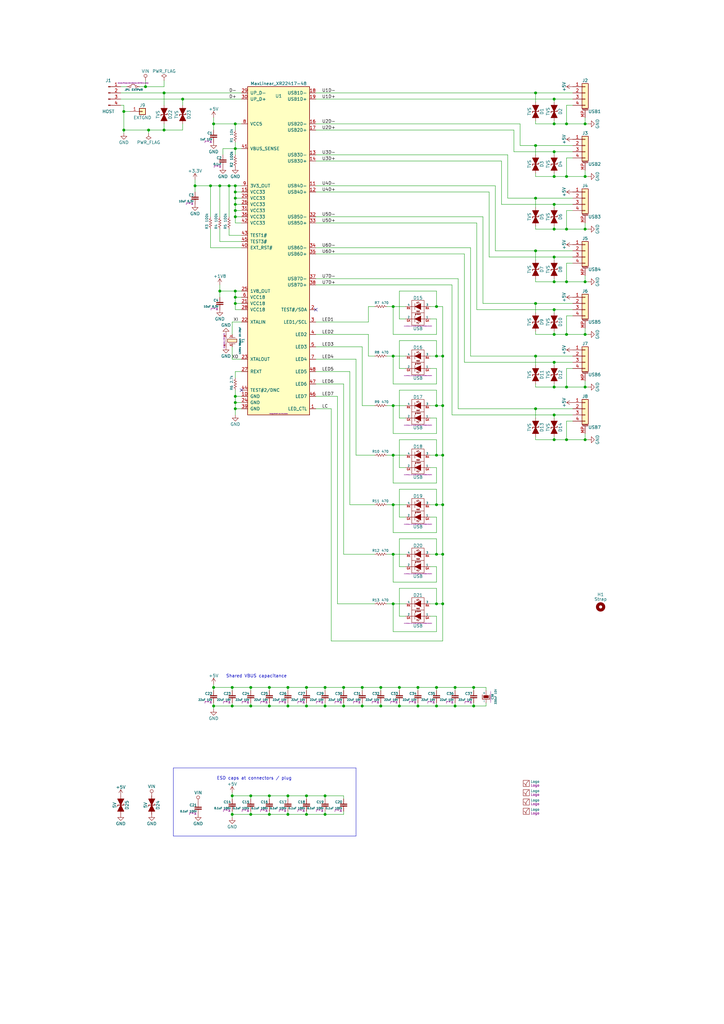
<source format=kicad_sch>
(kicad_sch (version 20230121) (generator eeschema)
  (paper "A3" portrait)
  (title_block (title "StickHub") (company "Stefan Hamminga (https://rbts.co)"))
  (junction (at 240.03 115.57) (diameter 1.016))
  (junction (at 87.63 50.8) (diameter 1.016))
  (junction (at 194.31 281.94) (diameter 1.016))
  (junction (at 227.33 158.75) (diameter 1.016))
  (junction (at 95.25 334.01) (diameter 1.016))
  (junction (at 96.52 83.82) (diameter 1.016))
  (junction (at 179.07 166.37) (diameter 1.016))
  (junction (at 90.17 119.38) (diameter 1.016))
  (junction (at 179.07 125.73) (diameter 1.016))
  (junction (at 110.49 334.01) (diameter 1.016))
  (junction (at 93.98 76.2) (diameter 1.016))
  (junction (at 133.35 281.94) (diameter 1.016))
  (junction (at 181.61 247.65) (diameter 1.016))
  (junction (at 96.52 124.46) (diameter 1.016))
  (junction (at 156.21 289.56) (diameter 1.016))
  (junction (at 227.33 50.8) (diameter 1.016))
  (junction (at 219.71 38.1) (diameter 1.016))
  (junction (at 219.71 167.64) (diameter 1.016))
  (junction (at 87.63 281.94) (diameter 1.016))
  (junction (at 59.69 35.56) (diameter 1.016))
  (junction (at 161.29 186.69) (diameter 1.016))
  (junction (at 227.33 170.18) (diameter 1.016))
  (junction (at 179.07 186.69) (diameter 1.016))
  (junction (at 163.83 281.94) (diameter 1.016))
  (junction (at 95.25 281.94) (diameter 1.016))
  (junction (at 219.71 146.05) (diameter 1.016))
  (junction (at 240.03 158.75) (diameter 1.016))
  (junction (at 181.61 227.33) (diameter 1.016))
  (junction (at 181.61 186.69) (diameter 1.016))
  (junction (at 96.52 88.9) (diameter 1.016))
  (junction (at 125.73 281.94) (diameter 1.016))
  (junction (at 240.03 72.39) (diameter 1.016))
  (junction (at 171.45 289.56) (diameter 1.016))
  (junction (at 96.52 167.64) (diameter 1.016))
  (junction (at 161.29 247.65) (diameter 1.016))
  (junction (at 219.71 102.87) (diameter 1.016))
  (junction (at 96.52 165.1) (diameter 1.016))
  (junction (at 186.69 281.94) (diameter 1.016))
  (junction (at 95.25 326.39) (diameter 1.016))
  (junction (at 227.33 148.59) (diameter 1.016))
  (junction (at 227.33 180.34) (diameter 1.016))
  (junction (at 227.33 62.23) (diameter 1.016))
  (junction (at 50.8 45.72) (diameter 1.016))
  (junction (at 227.33 93.98) (diameter 1.016))
  (junction (at 227.33 115.57) (diameter 1.016))
  (junction (at 118.11 334.01) (diameter 1.016))
  (junction (at 50.8 53.34) (diameter 1.016))
  (junction (at 163.83 289.56) (diameter 1.016))
  (junction (at 96.52 76.2) (diameter 1.016))
  (junction (at 96.52 162.56) (diameter 1.016))
  (junction (at 102.87 334.01) (diameter 1.016))
  (junction (at 219.71 81.28) (diameter 1.016))
  (junction (at 74.93 40.64) (diameter 1.016))
  (junction (at 96.52 60.96) (diameter 1.016))
  (junction (at 118.11 289.56) (diameter 1.016))
  (junction (at 227.33 137.16) (diameter 1.016))
  (junction (at 60.96 53.34) (diameter 1.016))
  (junction (at 219.71 59.69) (diameter 1.016))
  (junction (at 161.29 227.33) (diameter 1.016))
  (junction (at 156.21 281.94) (diameter 1.016))
  (junction (at 161.29 125.73) (diameter 1.016))
  (junction (at 110.49 281.94) (diameter 1.016))
  (junction (at 110.49 326.39) (diameter 1.016))
  (junction (at 102.87 289.56) (diameter 1.016))
  (junction (at 133.35 289.56) (diameter 1.016))
  (junction (at 133.35 334.01) (diameter 1.016))
  (junction (at 95.25 289.56) (diameter 1.016))
  (junction (at 96.52 86.36) (diameter 1.016))
  (junction (at 240.03 50.8) (diameter 1.016))
  (junction (at 232.41 72.39) (diameter 1.016))
  (junction (at 181.61 207.01) (diameter 1.016))
  (junction (at 161.29 207.01) (diameter 1.016))
  (junction (at 80.01 76.2) (diameter 1.016))
  (junction (at 161.29 166.37) (diameter 1.016))
  (junction (at 240.03 93.98) (diameter 1.016))
  (junction (at 227.33 105.41) (diameter 1.016))
  (junction (at 194.31 289.56) (diameter 1.016))
  (junction (at 102.87 326.39) (diameter 1.016))
  (junction (at 96.52 50.8) (diameter 1.016))
  (junction (at 125.73 326.39) (diameter 1.016))
  (junction (at 232.41 50.8) (diameter 1.016))
  (junction (at 96.52 81.28) (diameter 1.016))
  (junction (at 227.33 72.39) (diameter 1.016))
  (junction (at 148.59 281.94) (diameter 1.016))
  (junction (at 110.49 289.56) (diameter 1.016))
  (junction (at 148.59 289.56) (diameter 1.016))
  (junction (at 87.63 289.56) (diameter 1.016))
  (junction (at 179.07 146.05) (diameter 1.016))
  (junction (at 232.41 93.98) (diameter 1.016))
  (junction (at 67.31 38.1) (diameter 1.016))
  (junction (at 181.61 166.37) (diameter 1.016))
  (junction (at 181.61 146.05) (diameter 1.016))
  (junction (at 125.73 289.56) (diameter 1.016))
  (junction (at 219.71 124.46) (diameter 1.016))
  (junction (at 232.41 158.75) (diameter 1.016))
  (junction (at 232.41 180.34) (diameter 1.016))
  (junction (at 118.11 326.39) (diameter 1.016))
  (junction (at 118.11 281.94) (diameter 1.016))
  (junction (at 179.07 281.94) (diameter 1.016))
  (junction (at 96.52 78.74) (diameter 1.016))
  (junction (at 186.69 289.56) (diameter 1.016))
  (junction (at 227.33 40.64) (diameter 1.016))
  (junction (at 240.03 137.16) (diameter 1.016))
  (junction (at 67.31 53.34) (diameter 1.016))
  (junction (at 179.07 227.33) (diameter 1.016))
  (junction (at 96.52 119.38) (diameter 1.016))
  (junction (at 179.07 207.01) (diameter 1.016))
  (junction (at 227.33 127) (diameter 1.016))
  (junction (at 179.07 247.65) (diameter 1.016))
  (junction (at 161.29 146.05) (diameter 1.016))
  (junction (at 140.97 289.56) (diameter 1.016))
  (junction (at 140.97 281.94) (diameter 1.016))
  (junction (at 227.33 83.82) (diameter 1.016))
  (junction (at 125.73 334.01) (diameter 1.016))
  (junction (at 86.36 76.2) (diameter 1.016))
  (junction (at 133.35 326.39) (diameter 1.016))
  (junction (at 240.03 180.34) (diameter 1.016))
  (junction (at 179.07 289.56) (diameter 1.016))
  (junction (at 96.52 121.92) (diameter 1.016))
  (junction (at 232.41 115.57) (diameter 1.016))
  (junction (at 90.17 76.2) (diameter 1.016))
  (junction (at 232.41 137.16) (diameter 1.016))
  (junction (at 102.87 281.94) (diameter 1.016))
  (junction (at 171.45 281.94) (diameter 1.016))
  (no_connect (at 99.06 160.02))
  (no_connect (at 129.54 127))
  (wire (pts (xy 240.03 158.75) (xy 241.3 158.75)))
  (wire (pts (xy 95.25 332.74) (xy 95.25 334.01)))
  (wire (pts (xy 179.07 146.05) (xy 176.53 146.05)))
  (wire (pts (xy 102.87 288.29) (xy 102.87 289.56)))
  (wire (pts (xy 219.71 167.64) (xy 219.71 171.45)))
  (wire (pts (xy 179.07 191.77) (xy 179.07 198.12)))
  (wire (pts (xy 110.49 334.01) (xy 118.11 334.01)))
  (wire (pts (xy 166.37 171.45) (xy 163.83 171.45)))
  (wire (pts (xy 181.61 247.65) (xy 179.07 247.65)))
  (wire (pts (xy 179.07 252.73) (xy 179.07 259.08)))
  (wire (pts (xy 219.71 124.46) (xy 219.71 128.27)))
  (wire (pts (xy 96.52 91.44) (xy 99.06 91.44)))
  (wire (pts (xy 179.07 125.73) (xy 176.53 125.73)))
  (wire (pts (xy 176.53 171.45) (xy 179.07 171.45)))
  (wire (pts (xy 195.58 127) (xy 227.33 127)))
  (wire (pts (xy 219.71 81.28) (xy 219.71 85.09)))
  (wire (pts (xy 158.75 207.01) (xy 161.29 207.01)))
  (wire (pts (xy 194.31 281.94) (xy 194.31 283.21)))
  (wire (pts (xy 198.12 88.9) (xy 198.12 124.46)))
  (wire (pts (xy 232.41 115.57) (xy 240.03 115.57)))
  (wire (pts (xy 219.71 102.87) (xy 234.95 102.87)))
  (wire (pts (xy 219.71 49.53) (xy 219.71 50.8)))
  (wire (pts (xy 161.29 227.33) (xy 166.37 227.33)))
  (wire (pts (xy 158.75 125.73) (xy 161.29 125.73)))
  (wire (pts (xy 102.87 326.39) (xy 102.87 327.66)))
  (wire (pts (xy 227.33 137.16) (xy 232.41 137.16)))
  (wire (pts (xy 179.07 241.3) (xy 179.07 247.65)))
  (wire (pts (xy 86.36 101.6) (xy 99.06 101.6)))
  (wire (pts (xy 91.44 60.96) (xy 91.44 63.5)))
  (wire (pts (xy 49.53 38.1) (xy 67.31 38.1)))
  (wire (pts (xy 140.97 334.01) (xy 140.97 332.74)))
  (wire (pts (xy 227.33 40.64) (xy 227.33 41.91)))
  (wire (pts (xy 133.35 326.39) (xy 133.35 327.66)))
  (wire (pts (xy 181.61 262.89) (xy 135.89 262.89)))
  (wire (pts (xy 161.29 247.65) (xy 166.37 247.65)))
  (wire (pts (xy 234.95 86.36) (xy 232.41 86.36)))
  (wire (pts (xy 227.33 83.82) (xy 234.95 83.82)))
  (wire (pts (xy 125.73 289.56) (xy 125.73 288.29)))
  (wire (pts (xy 186.69 281.94) (xy 186.69 283.21)))
  (wire (pts (xy 158.75 166.37) (xy 161.29 166.37)))
  (wire (pts (xy 110.49 281.94) (xy 118.11 281.94)))
  (wire (pts (xy 234.95 107.95) (xy 232.41 107.95)))
  (wire (pts (xy 90.17 119.38) (xy 90.17 121.92)))
  (wire (pts (xy 99.06 99.06) (xy 90.17 99.06)))
  (wire (pts (xy 90.17 116.84) (xy 90.17 119.38)))
  (wire (pts (xy 234.95 172.72) (xy 232.41 172.72)))
  (wire (pts (xy 49.53 40.64) (xy 74.93 40.64)))
  (wire (pts (xy 99.06 152.4) (xy 96.52 152.4)))
  (wire (pts (xy 102.87 289.56) (xy 110.49 289.56)))
  (wire (pts (xy 50.8 43.18) (xy 50.8 45.72)))
  (wire (pts (xy 179.07 281.94) (xy 179.07 283.21)))
  (wire (pts (xy 125.73 326.39) (xy 125.73 327.66)))
  (wire (pts (xy 93.98 93.98) (xy 93.98 96.52)))
  (wire (pts (xy 148.59 281.94) (xy 156.21 281.94)))
  (wire (pts (xy 199.39 281.94) (xy 199.39 283.21)))
  (wire (pts (xy 118.11 332.74) (xy 118.11 334.01)))
  (wire (pts (xy 227.33 170.18) (xy 234.95 170.18)))
  (wire (pts (xy 96.52 124.46) (xy 99.06 124.46)))
  (wire (pts (xy 203.2 102.87) (xy 219.71 102.87)))
  (wire (pts (xy 125.73 326.39) (xy 133.35 326.39)))
  (wire (pts (xy 93.98 96.52) (xy 99.06 96.52)))
  (wire (pts (xy 129.54 104.14) (xy 190.5 104.14)))
  (wire (pts (xy 118.11 281.94) (xy 125.73 281.94)))
  (wire (pts (xy 163.83 281.94) (xy 171.45 281.94)))
  (wire (pts (xy 234.95 64.77) (xy 232.41 64.77)))
  (wire (pts (xy 232.41 93.98) (xy 240.03 93.98)))
  (wire (pts (xy 219.71 72.39) (xy 227.33 72.39)))
  (wire (pts (xy 210.82 53.34) (xy 210.82 62.23)))
  (wire (pts (xy 186.69 289.56) (xy 186.69 288.29)))
  (wire (pts (xy 213.36 50.8) (xy 213.36 59.69)))
  (wire (pts (xy 179.07 139.7) (xy 179.07 146.05)))
  (wire (pts (xy 163.83 130.81) (xy 163.83 119.38)))
  (wire (pts (xy 161.29 166.37) (xy 166.37 166.37)))
  (wire (pts (xy 60.96 53.34) (xy 60.96 54.61)))
  (wire (pts (xy 87.63 289.56) (xy 87.63 290.83)))
  (wire (pts (xy 158.75 247.65) (xy 161.29 247.65)))
  (wire (pts (xy 129.54 132.08) (xy 151.13 132.08)))
  (wire (pts (xy 193.04 101.6) (xy 193.04 146.05)))
  (wire (pts (xy 193.04 146.05) (xy 219.71 146.05)))
  (wire (pts (xy 102.87 334.01) (xy 110.49 334.01)))
  (wire (pts (xy 80.01 76.2) (xy 86.36 76.2)))
  (wire (pts (xy 96.52 86.36) (xy 96.52 88.9)))
  (wire (pts (xy 133.35 288.29) (xy 133.35 289.56)))
  (wire (pts (xy 181.61 227.33) (xy 181.61 247.65)))
  (wire (pts (xy 87.63 48.26) (xy 87.63 50.8)))
  (wire (pts (xy 158.75 186.69) (xy 161.29 186.69)))
  (wire (pts (xy 140.97 289.56) (xy 140.97 288.29)))
  (wire (pts (xy 125.73 281.94) (xy 125.73 283.21)))
  (wire (pts (xy 194.31 289.56) (xy 194.31 288.29)))
  (wire (pts (xy 232.41 172.72) (xy 232.41 180.34)))
  (wire (pts (xy 181.61 125.73) (xy 181.61 146.05)))
  (wire (pts (xy 96.52 88.9) (xy 96.52 91.44)))
  (wire (pts (xy 232.41 64.77) (xy 232.41 72.39)))
  (wire (pts (xy 163.83 180.34) (xy 179.07 180.34)))
  (wire (pts (xy 232.41 137.16) (xy 240.03 137.16)))
  (polyline (pts (xy 146.05 342.9) (xy 71.12 342.9)) (stroke (width 0) (type solid)))
  (wire (pts (xy 227.33 127) (xy 227.33 128.27)))
  (wire (pts (xy 148.59 289.56) (xy 156.21 289.56)))
  (wire (pts (xy 67.31 38.1) (xy 99.06 38.1)))
  (wire (pts (xy 179.07 281.94) (xy 186.69 281.94)))
  (wire (pts (xy 74.93 40.64) (xy 74.93 43.18)))
  (wire (pts (xy 232.41 50.8) (xy 240.03 50.8)))
  (wire (pts (xy 129.54 116.84) (xy 185.42 116.84)))
  (wire (pts (xy 95.25 326.39) (xy 95.25 327.66)))
  (wire (pts (xy 227.33 148.59) (xy 227.33 149.86)))
  (wire (pts (xy 161.29 207.01) (xy 166.37 207.01)))
  (wire (pts (xy 227.33 83.82) (xy 227.33 85.09)))
  (wire (pts (xy 95.25 325.12) (xy 95.25 326.39)))
  (wire (pts (xy 219.71 124.46) (xy 234.95 124.46)))
  (wire (pts (xy 143.51 152.4) (xy 143.51 207.01)))
  (wire (pts (xy 129.54 137.16) (xy 151.13 137.16)))
  (wire (pts (xy 163.83 220.98) (xy 179.07 220.98)))
  (wire (pts (xy 227.33 170.18) (xy 227.33 171.45)))
  (wire (pts (xy 129.54 76.2) (xy 203.2 76.2)))
  (wire (pts (xy 227.33 62.23) (xy 234.95 62.23)))
  (wire (pts (xy 176.53 151.13) (xy 179.07 151.13)))
  (wire (pts (xy 140.97 227.33) (xy 153.67 227.33)))
  (wire (pts (xy 125.73 334.01) (xy 133.35 334.01)))
  (wire (pts (xy 166.37 232.41) (xy 163.83 232.41)))
  (wire (pts (xy 96.52 162.56) (xy 96.52 165.1)))
  (wire (pts (xy 240.03 93.98) (xy 240.03 91.44)))
  (wire (pts (xy 163.83 289.56) (xy 171.45 289.56)))
  (wire (pts (xy 219.71 59.69) (xy 234.95 59.69)))
  (polyline (pts (xy 71.12 314.96) (xy 146.05 314.96)) (stroke (width 0) (type solid)))
  (wire (pts (xy 95.25 288.29) (xy 95.25 289.56)))
  (wire (pts (xy 87.63 289.56) (xy 95.25 289.56)))
  (wire (pts (xy 176.53 130.81) (xy 179.07 130.81)))
  (wire (pts (xy 96.52 124.46) (xy 96.52 121.92)))
  (wire (pts (xy 179.07 238.76) (xy 161.29 238.76)))
  (wire (pts (xy 140.97 281.94) (xy 140.97 283.21)))
  (wire (pts (xy 227.33 114.3) (xy 227.33 115.57)))
  (wire (pts (xy 96.52 83.82) (xy 99.06 83.82)))
  (wire (pts (xy 96.52 167.64) (xy 96.52 170.18)))
  (wire (pts (xy 95.25 137.16) (xy 95.25 132.08)))
  (wire (pts (xy 181.61 186.69) (xy 181.61 207.01)))
  (wire (pts (xy 227.33 157.48) (xy 227.33 158.75)))
  (wire (pts (xy 166.37 130.81) (xy 163.83 130.81)))
  (wire (pts (xy 129.54 53.34) (xy 210.82 53.34)))
  (wire (pts (xy 161.29 198.12) (xy 161.29 186.69)))
  (wire (pts (xy 125.73 289.56) (xy 133.35 289.56)))
  (wire (pts (xy 219.71 146.05) (xy 234.95 146.05)))
  (wire (pts (xy 110.49 326.39) (xy 118.11 326.39)))
  (wire (pts (xy 67.31 38.1) (xy 67.31 43.18)))
  (wire (pts (xy 219.71 157.48) (xy 219.71 158.75)))
  (wire (pts (xy 138.43 247.65) (xy 153.67 247.65)))
  (wire (pts (xy 181.61 146.05) (xy 181.61 166.37)))
  (wire (pts (xy 176.53 191.77) (xy 179.07 191.77)))
  (wire (pts (xy 96.52 76.2) (xy 99.06 76.2)))
  (wire (pts (xy 146.05 147.32) (xy 146.05 186.69)))
  (wire (pts (xy 99.06 127) (xy 96.52 127)))
  (wire (pts (xy 179.07 146.05) (xy 181.61 146.05)))
  (wire (pts (xy 129.54 88.9) (xy 198.12 88.9)))
  (wire (pts (xy 240.03 72.39) (xy 240.03 69.85)))
  (wire (pts (xy 151.13 125.73) (xy 151.13 132.08)))
  (wire (pts (xy 179.07 151.13) (xy 179.07 157.48)))
  (wire (pts (xy 67.31 33.02) (xy 67.31 35.56)))
  (wire (pts (xy 67.31 35.56) (xy 59.69 35.56)))
  (wire (pts (xy 199.39 288.29) (xy 199.39 289.56)))
  (wire (pts (xy 194.31 281.94) (xy 199.39 281.94)))
  (wire (pts (xy 96.52 60.96) (xy 96.52 63.5)))
  (wire (pts (xy 110.49 332.74) (xy 110.49 334.01)))
  (wire (pts (xy 96.52 165.1) (xy 99.06 165.1)))
  (wire (pts (xy 96.52 83.82) (xy 96.52 86.36)))
  (wire (pts (xy 96.52 121.92) (xy 96.52 119.38)))
  (wire (pts (xy 181.61 207.01) (xy 181.61 227.33)))
  (wire (pts (xy 240.03 115.57) (xy 241.3 115.57)))
  (wire (pts (xy 129.54 152.4) (xy 143.51 152.4)))
  (wire (pts (xy 240.03 50.8) (xy 240.03 48.26)))
  (wire (pts (xy 219.71 114.3) (xy 219.71 115.57)))
  (wire (pts (xy 96.52 121.92) (xy 99.06 121.92)))
  (wire (pts (xy 161.29 146.05) (xy 166.37 146.05)))
  (wire (pts (xy 118.11 334.01) (xy 125.73 334.01)))
  (wire (pts (xy 87.63 50.8) (xy 87.63 53.34)))
  (wire (pts (xy 179.07 166.37) (xy 181.61 166.37)))
  (wire (pts (xy 190.5 148.59) (xy 227.33 148.59)))
  (wire (pts (xy 90.17 76.2) (xy 93.98 76.2)))
  (wire (pts (xy 151.13 146.05) (xy 153.67 146.05)))
  (wire (pts (xy 90.17 88.9) (xy 90.17 76.2)))
  (wire (pts (xy 96.52 119.38) (xy 99.06 119.38)))
  (wire (pts (xy 148.59 288.29) (xy 148.59 289.56)))
  (wire (pts (xy 163.83 151.13) (xy 163.83 139.7)))
  (wire (pts (xy 96.52 152.4) (xy 96.52 154.94)))
  (wire (pts (xy 219.71 92.71) (xy 219.71 93.98)))
  (wire (pts (xy 135.89 262.89) (xy 135.89 167.64)))
  (wire (pts (xy 179.07 207.01) (xy 176.53 207.01)))
  (wire (pts (xy 80.01 76.2) (xy 80.01 78.74)))
  (wire (pts (xy 96.52 60.96) (xy 91.44 60.96)))
  (wire (pts (xy 219.71 115.57) (xy 227.33 115.57)))
  (wire (pts (xy 200.66 78.74) (xy 200.66 105.41)))
  (wire (pts (xy 50.8 53.34) (xy 50.8 54.61)))
  (wire (pts (xy 161.29 177.8) (xy 161.29 166.37)))
  (wire (pts (xy 129.54 78.74) (xy 200.66 78.74)))
  (wire (pts (xy 129.54 162.56) (xy 138.43 162.56)))
  (wire (pts (xy 179.07 220.98) (xy 179.07 227.33)))
  (wire (pts (xy 95.25 147.32) (xy 99.06 147.32)))
  (wire (pts (xy 86.36 88.9) (xy 86.36 76.2)))
  (wire (pts (xy 185.42 116.84) (xy 185.42 170.18)))
  (wire (pts (xy 156.21 281.94) (xy 156.21 283.21)))
  (wire (pts (xy 219.71 179.07) (xy 219.71 180.34)))
  (wire (pts (xy 179.07 157.48) (xy 161.29 157.48)))
  (wire (pts (xy 95.25 142.24) (xy 95.25 147.32)))
  (wire (pts (xy 125.73 332.74) (xy 125.73 334.01)))
  (wire (pts (xy 129.54 63.5) (xy 208.28 63.5)))
  (wire (pts (xy 125.73 281.94) (xy 133.35 281.94)))
  (wire (pts (xy 227.33 179.07) (xy 227.33 180.34)))
  (wire (pts (xy 96.52 160.02) (xy 96.52 162.56)))
  (wire (pts (xy 234.95 151.13) (xy 232.41 151.13)))
  (wire (pts (xy 59.69 35.56) (xy 59.69 33.02)))
  (wire (pts (xy 129.54 50.8) (xy 213.36 50.8)))
  (wire (pts (xy 129.54 114.3) (xy 187.96 114.3)))
  (wire (pts (xy 208.28 63.5) (xy 208.28 81.28)))
  (wire (pts (xy 87.63 280.67) (xy 87.63 281.94)))
  (wire (pts (xy 90.17 99.06) (xy 90.17 93.98)))
  (wire (pts (xy 179.07 198.12) (xy 161.29 198.12)))
  (wire (pts (xy 179.07 207.01) (xy 181.61 207.01)))
  (wire (pts (xy 219.71 102.87) (xy 219.71 106.68)))
  (wire (pts (xy 227.33 127) (xy 234.95 127)))
  (wire (pts (xy 195.58 91.44) (xy 195.58 127)))
  (wire (pts (xy 95.25 334.01) (xy 95.25 335.28)))
  (wire (pts (xy 227.33 93.98) (xy 232.41 93.98)))
  (wire (pts (xy 153.67 125.73) (xy 151.13 125.73)))
  (wire (pts (xy 140.97 326.39) (xy 140.97 327.66)))
  (wire (pts (xy 186.69 281.94) (xy 194.31 281.94)))
  (wire (pts (xy 96.52 50.8) (xy 99.06 50.8)))
  (wire (pts (xy 133.35 334.01) (xy 140.97 334.01)))
  (wire (pts (xy 240.03 137.16) (xy 240.03 134.62)))
  (wire (pts (xy 133.35 281.94) (xy 140.97 281.94)))
  (wire (pts (xy 86.36 76.2) (xy 90.17 76.2)))
  (wire (pts (xy 95.25 289.56) (xy 102.87 289.56)))
  (wire (pts (xy 143.51 207.01) (xy 153.67 207.01)))
  (wire (pts (xy 102.87 281.94) (xy 110.49 281.94)))
  (wire (pts (xy 186.69 289.56) (xy 194.31 289.56)))
  (wire (pts (xy 129.54 40.64) (xy 227.33 40.64)))
  (wire (pts (xy 163.83 160.02) (xy 179.07 160.02)))
  (wire (pts (xy 110.49 288.29) (xy 110.49 289.56)))
  (wire (pts (xy 219.71 180.34) (xy 227.33 180.34)))
  (wire (pts (xy 67.31 53.34) (xy 74.93 53.34)))
  (wire (pts (xy 219.71 50.8) (xy 227.33 50.8)))
  (wire (pts (xy 219.71 59.69) (xy 219.71 63.5)))
  (wire (pts (xy 227.33 115.57) (xy 232.41 115.57)))
  (wire (pts (xy 227.33 50.8) (xy 232.41 50.8)))
  (wire (pts (xy 240.03 180.34) (xy 241.3 180.34)))
  (wire (pts (xy 219.71 81.28) (xy 234.95 81.28)))
  (wire (pts (xy 96.52 81.28) (xy 96.52 83.82)))
  (wire (pts (xy 96.52 127) (xy 96.52 124.46)))
  (wire (pts (xy 140.97 281.94) (xy 148.59 281.94)))
  (wire (pts (xy 227.33 180.34) (xy 232.41 180.34)))
  (wire (pts (xy 87.63 281.94) (xy 87.63 283.21)))
  (wire (pts (xy 133.35 289.56) (xy 140.97 289.56)))
  (wire (pts (xy 227.33 49.53) (xy 227.33 50.8)))
  (wire (pts (xy 179.07 166.37) (xy 176.53 166.37)))
  (wire (pts (xy 161.29 238.76) (xy 161.29 227.33)))
  (wire (pts (xy 133.35 326.39) (xy 140.97 326.39)))
  (wire (pts (xy 158.75 146.05) (xy 161.29 146.05)))
  (wire (pts (xy 86.36 101.6) (xy 86.36 93.98)))
  (wire (pts (xy 234.95 43.18) (xy 232.41 43.18)))
  (wire (pts (xy 133.35 332.74) (xy 133.35 334.01)))
  (wire (pts (xy 179.07 186.69) (xy 176.53 186.69)))
  (wire (pts (xy 163.83 171.45) (xy 163.83 160.02)))
  (wire (pts (xy 232.41 107.95) (xy 232.41 115.57)))
  (wire (pts (xy 227.33 40.64) (xy 234.95 40.64)))
  (wire (pts (xy 96.52 78.74) (xy 96.52 76.2)))
  (wire (pts (xy 96.52 81.28) (xy 99.06 81.28)))
  (wire (pts (xy 232.41 151.13) (xy 232.41 158.75)))
  (wire (pts (xy 135.89 167.64) (xy 129.54 167.64)))
  (wire (pts (xy 163.83 252.73) (xy 163.83 241.3)))
  (wire (pts (xy 99.06 78.74) (xy 96.52 78.74)))
  (wire (pts (xy 179.07 137.16) (xy 161.29 137.16)))
  (wire (pts (xy 240.03 180.34) (xy 240.03 177.8)))
  (wire (pts (xy 96.52 88.9) (xy 99.06 88.9)))
  (wire (pts (xy 171.45 281.94) (xy 179.07 281.94)))
  (wire (pts (xy 138.43 162.56) (xy 138.43 247.65)))
  (wire (pts (xy 163.83 212.09) (xy 163.83 200.66)))
  (wire (pts (xy 232.41 158.75) (xy 240.03 158.75)))
  (wire (pts (xy 118.11 326.39) (xy 118.11 327.66)))
  (wire (pts (xy 99.06 60.96) (xy 96.52 60.96)))
  (wire (pts (xy 50.8 45.72) (xy 50.8 53.34)))
  (wire (pts (xy 179.07 125.73) (xy 181.61 125.73)))
  (wire (pts (xy 161.29 125.73) (xy 166.37 125.73)))
  (wire (pts (xy 179.07 289.56) (xy 171.45 289.56)))
  (wire (pts (xy 171.45 289.56) (xy 171.45 288.29)))
  (wire (pts (xy 179.07 180.34) (xy 179.07 186.69)))
  (wire (pts (xy 163.83 200.66) (xy 179.07 200.66)))
  (polyline (pts (xy 146.05 314.96) (xy 146.05 342.9)) (stroke (width 0) (type solid)))
  (wire (pts (xy 50.8 45.72) (xy 53.34 45.72)))
  (wire (pts (xy 163.83 281.94) (xy 163.83 283.21)))
  (wire (pts (xy 87.63 288.29) (xy 87.63 289.56)))
  (wire (pts (xy 179.07 186.69) (xy 181.61 186.69)))
  (wire (pts (xy 219.71 38.1) (xy 219.71 41.91)))
  (wire (pts (xy 95.25 326.39) (xy 102.87 326.39)))
  (wire (pts (xy 227.33 135.89) (xy 227.33 137.16)))
  (wire (pts (xy 219.71 135.89) (xy 219.71 137.16)))
  (wire (pts (xy 234.95 129.54) (xy 232.41 129.54)))
  (wire (pts (xy 187.96 167.64) (xy 219.71 167.64)))
  (wire (pts (xy 158.75 227.33) (xy 161.29 227.33)))
  (wire (pts (xy 227.33 105.41) (xy 234.95 105.41)))
  (wire (pts (xy 74.93 40.64) (xy 99.06 40.64)))
  (wire (pts (xy 163.83 289.56) (xy 163.83 288.29)))
  (wire (pts (xy 95.25 334.01) (xy 102.87 334.01)))
  (wire (pts (xy 179.07 227.33) (xy 176.53 227.33)))
  (wire (pts (xy 213.36 59.69) (xy 219.71 59.69)))
  (wire (pts (xy 198.12 124.46) (xy 219.71 124.46)))
  (wire (pts (xy 163.83 139.7) (xy 179.07 139.7)))
  (wire (pts (xy 179.07 288.29) (xy 179.07 289.56)))
  (wire (pts (xy 146.05 186.69) (xy 153.67 186.69)))
  (wire (pts (xy 166.37 191.77) (xy 163.83 191.77)))
  (wire (pts (xy 102.87 332.74) (xy 102.87 334.01)))
  (wire (pts (xy 163.83 232.41) (xy 163.83 220.98)))
  (wire (pts (xy 179.07 289.56) (xy 186.69 289.56)))
  (wire (pts (xy 205.74 83.82) (xy 227.33 83.82)))
  (wire (pts (xy 166.37 212.09) (xy 163.83 212.09)))
  (wire (pts (xy 166.37 151.13) (xy 163.83 151.13)))
  (wire (pts (xy 57.15 35.56) (xy 59.69 35.56)))
  (wire (pts (xy 96.52 162.56) (xy 99.06 162.56)))
  (wire (pts (xy 205.74 66.04) (xy 205.74 83.82)))
  (wire (pts (xy 219.71 71.12) (xy 219.71 72.39)))
  (wire (pts (xy 129.54 157.48) (xy 140.97 157.48)))
  (wire (pts (xy 118.11 289.56) (xy 125.73 289.56)))
  (wire (pts (xy 179.07 177.8) (xy 161.29 177.8)))
  (wire (pts (xy 156.21 289.56) (xy 156.21 288.29)))
  (wire (pts (xy 161.29 186.69) (xy 166.37 186.69)))
  (wire (pts (xy 181.61 247.65) (xy 181.61 262.89)))
  (wire (pts (xy 110.49 289.56) (xy 118.11 289.56)))
  (wire (pts (xy 240.03 93.98) (xy 241.3 93.98)))
  (wire (pts (xy 219.71 158.75) (xy 227.33 158.75)))
  (wire (pts (xy 190.5 104.14) (xy 190.5 148.59)))
  (wire (pts (xy 90.17 119.38) (xy 96.52 119.38)))
  (wire (pts (xy 219.71 93.98) (xy 227.33 93.98)))
  (wire (pts (xy 208.28 81.28) (xy 219.71 81.28)))
  (wire (pts (xy 227.33 148.59) (xy 234.95 148.59)))
  (wire (pts (xy 219.71 38.1) (xy 234.95 38.1)))
  (wire (pts (xy 161.29 157.48) (xy 161.29 146.05)))
  (wire (pts (xy 156.21 281.94) (xy 163.83 281.94)))
  (wire (pts (xy 227.33 92.71) (xy 227.33 93.98)))
  (wire (pts (xy 179.07 259.08) (xy 161.29 259.08)))
  (wire (pts (xy 240.03 137.16) (xy 241.3 137.16)))
  (wire (pts (xy 118.11 281.94) (xy 118.11 283.21)))
  (wire (pts (xy 148.59 142.24) (xy 148.59 166.37)))
  (wire (pts (xy 95.25 132.08) (xy 99.06 132.08)))
  (wire (pts (xy 96.52 86.36) (xy 99.06 86.36)))
  (wire (pts (xy 232.41 129.54) (xy 232.41 137.16)))
  (wire (pts (xy 179.07 227.33) (xy 181.61 227.33)))
  (wire (pts (xy 163.83 241.3) (xy 179.07 241.3)))
  (wire (pts (xy 176.53 212.09) (xy 179.07 212.09)))
  (wire (pts (xy 95.25 281.94) (xy 102.87 281.94)))
  (wire (pts (xy 49.53 35.56) (xy 52.07 35.56)))
  (wire (pts (xy 74.93 50.8) (xy 74.93 53.34)))
  (wire (pts (xy 96.52 165.1) (xy 96.52 167.64)))
  (wire (pts (xy 199.39 289.56) (xy 194.31 289.56)))
  (wire (pts (xy 219.71 137.16) (xy 227.33 137.16)))
  (wire (pts (xy 148.59 281.94) (xy 148.59 283.21)))
  (wire (pts (xy 129.54 147.32) (xy 146.05 147.32)))
  (wire (pts (xy 118.11 288.29) (xy 118.11 289.56)))
  (wire (pts (xy 179.07 200.66) (xy 179.07 207.01)))
  (wire (pts (xy 240.03 50.8) (xy 241.3 50.8)))
  (wire (pts (xy 118.11 326.39) (xy 125.73 326.39)))
  (wire (pts (xy 227.33 158.75) (xy 232.41 158.75)))
  (wire (pts (xy 151.13 137.16) (xy 151.13 146.05)))
  (wire (pts (xy 166.37 252.73) (xy 163.83 252.73)))
  (wire (pts (xy 179.07 218.44) (xy 161.29 218.44)))
  (wire (pts (xy 87.63 281.94) (xy 95.25 281.94)))
  (wire (pts (xy 185.42 170.18) (xy 227.33 170.18)))
  (wire (pts (xy 133.35 281.94) (xy 133.35 283.21)))
  (wire (pts (xy 129.54 66.04) (xy 205.74 66.04)))
  (wire (pts (xy 163.83 191.77) (xy 163.83 180.34)))
  (wire (pts (xy 87.63 50.8) (xy 96.52 50.8)))
  (wire (pts (xy 240.03 115.57) (xy 240.03 113.03)))
  (wire (pts (xy 140.97 157.48) (xy 140.97 227.33)))
  (wire (pts (xy 96.52 60.96) (xy 96.52 58.42)))
  (wire (pts (xy 232.41 72.39) (xy 240.03 72.39)))
  (wire (pts (xy 148.59 289.56) (xy 140.97 289.56)))
  (wire (pts (xy 232.41 180.34) (xy 240.03 180.34)))
  (wire (pts (xy 93.98 76.2) (xy 93.98 88.9)))
  (wire (pts (xy 129.54 38.1) (xy 219.71 38.1)))
  (wire (pts (xy 176.53 232.41) (xy 179.07 232.41)))
  (wire (pts (xy 227.33 62.23) (xy 227.33 63.5)))
  (wire (pts (xy 80.01 73.66) (xy 80.01 76.2)))
  (wire (pts (xy 148.59 166.37) (xy 153.67 166.37)))
  (wire (pts (xy 50.8 53.34) (xy 60.96 53.34)))
  (wire (pts (xy 60.96 53.34) (xy 67.31 53.34)))
  (wire (pts (xy 129.54 91.44) (xy 195.58 91.44)))
  (wire (pts (xy 210.82 62.23) (xy 227.33 62.23)))
  (wire (pts (xy 240.03 158.75) (xy 240.03 156.21)))
  (wire (pts (xy 240.03 72.39) (xy 241.3 72.39)))
  (wire (pts (xy 179.07 119.38) (xy 179.07 125.73)))
  (wire (pts (xy 163.83 119.38) (xy 179.07 119.38)))
  (wire (pts (xy 232.41 86.36) (xy 232.41 93.98)))
  (wire (pts (xy 102.87 281.94) (xy 102.87 283.21)))
  (wire (pts (xy 227.33 105.41) (xy 227.33 106.68)))
  (wire (pts (xy 110.49 281.94) (xy 110.49 283.21)))
  (wire (pts (xy 176.53 252.73) (xy 179.07 252.73)))
  (wire (pts (xy 95.25 281.94) (xy 95.25 283.21)))
  (wire (pts (xy 187.96 114.3) (xy 187.96 167.64)))
  (wire (pts (xy 219.71 167.64) (xy 234.95 167.64)))
  (wire (pts (xy 171.45 281.94) (xy 171.45 283.21)))
  (wire (pts (xy 67.31 50.8) (xy 67.31 53.34)))
  (wire (pts (xy 129.54 142.24) (xy 148.59 142.24)))
  (wire (pts (xy 96.52 78.74) (xy 96.52 81.28)))
  (wire (pts (xy 161.29 137.16) (xy 161.29 125.73)))
  (wire (pts (xy 161.29 218.44) (xy 161.29 207.01)))
  (wire (pts (xy 179.07 171.45) (xy 179.07 177.8)))
  (wire (pts (xy 232.41 43.18) (xy 232.41 50.8)))
  (polyline (pts (xy 71.12 314.96) (xy 71.12 342.9)) (stroke (width 0) (type solid)))
  (wire (pts (xy 227.33 72.39) (xy 232.41 72.39)))
  (wire (pts (xy 181.61 166.37) (xy 181.61 186.69)))
  (wire (pts (xy 161.29 259.08) (xy 161.29 247.65)))
  (wire (pts (xy 96.52 53.34) (xy 96.52 50.8)))
  (wire (pts (xy 96.52 167.64) (xy 99.06 167.64)))
  (wire (pts (xy 129.54 101.6) (xy 193.04 101.6)))
  (wire (pts (xy 203.2 76.2) (xy 203.2 102.87)))
  (wire (pts (xy 179.07 212.09) (xy 179.07 218.44)))
  (wire (pts (xy 227.33 71.12) (xy 227.33 72.39)))
  (wire (pts (xy 156.21 289.56) (xy 163.83 289.56)))
  (wire (pts (xy 102.87 326.39) (xy 110.49 326.39)))
  (wire (pts (xy 179.07 232.41) (xy 179.07 238.76)))
  (wire (pts (xy 179.07 160.02) (xy 179.07 166.37)))
  (wire (pts (xy 179.07 130.81) (xy 179.07 137.16)))
  (wire (pts (xy 93.98 76.2) (xy 96.52 76.2)))
  (wire (pts (xy 200.66 105.41) (xy 227.33 105.41)))
  (wire (pts (xy 49.53 43.18) (xy 50.8 43.18)))
  (wire (pts (xy 219.71 146.05) (xy 219.71 149.86)))
  (wire (pts (xy 179.07 247.65) (xy 176.53 247.65)))
  (wire (pts (xy 110.49 326.39) (xy 110.49 327.66)))
  (text "ESD caps at connectors / plug" (at 88.9 320.04 0) (effects (font (size 1.27 1.27)) (justify left bottom)))
  (text "Shared VBUS capacitance" (at 92.71 278.13 0) (effects (font (size 1.27 1.27)) (justify left bottom)))
  (label "LED1" (at 132.08 132.08 0))
  (label "LED5" (at 132.08 152.4 0))
  (label "U1D-" (at 132.08 38.1 0))
  (label "U5D-" (at 132.08 88.9 0))
  (label "U3D-" (at 132.08 63.5 0))
  (label "D-" (at 93.98 38.1 0))
  (label "LED4" (at 132.08 147.32 0))
  (label "U4D-" (at 132.08 76.2 0))
  (label "U4D+" (at 132.08 78.74 0))
  (label "LED3" (at 132.08 142.24 0))
  (label "XI" (at 97.79 132.08 0))
  (label "D+" (at 93.98 40.64 0))
  (label "U1D+" (at 132.08 40.64 0))
  (label "U2D+" (at 132.08 53.34 0))
  (label "U2D-" (at 132.08 50.8 0))
  (label "LED7" (at 132.08 162.56 0))
  (label "LED2" (at 132.08 137.16 0))
  (label "U6D-" (at 132.08 101.6 0))
  (label "U7D-" (at 132.08 114.3 0))
  (label "U7D+" (at 132.08 116.84 0))
  (label "LED6" (at 132.08 157.48 0))
  (label "U3D+" (at 132.08 66.04 0))
  (label "U5D+" (at 132.08 91.44 0))
  (label "LC" (at 132.08 167.64 0))
  (label "XO" (at 97.79 147.32 0))
  (label "U6D+" (at 132.08 104.14 0))
  (symbol (lib_id "RobotProtos:RSMALL") (at 156.21 207.01 270) (unit 1)
    (property "Reference" "R11" (at 155.702 205.486 90) (effects (font (size 0.9906 0.9906)) (justify right)))
    (property "Value" "470" (at 156.464 205.486 90) (effects (font (size 0.991 0.991)) (justify left)))
    (property "Footprint" "Resistor_SMD:1608_C" (effects hide))
    (property "USD_per_1000" "0,024" (effects hide))
    (property "USD_per_1" "0,08" (effects hide))
    (property "MPN" "0402WGF4700TCE" (effects hide))
  )
  (symbol (lib_name "Logo_3") (lib_id "RobotProtos:Logo") (at 215.9 332.74 0) (unit 1)
    (property "Reference" "LOGO4" (effects hide))
    (property "Value" "Logo" (at 217.678 331.978 0) (effects (font (size 0.9906 0.9906)) (justify left)))
    (property "Footprint" "Logo" (at 217.678 333.502 0) (effects (font (size 0.991 0.991)) (justify left)))
    (property "Description" "Not Populated" (effects hide))
  )
  (symbol (lib_id "power:PWR_FLAG") (at 67.31 33.02 0) (unit 1)
    (property "Reference" "#FLG0102" (effects hide))
    (property "Value" "PWR_FLAG" (at 67.31 29.21 0))
  )
  (symbol (lib_id "power:GND") (at 80.01 83.82 0) (unit 1)
    (property "Reference" "#PWR013" (effects hide))
    (property "Value" "GND" (at 80.01 87.63 0))
  )
  (symbol (lib_id "power:GND") (at 241.3 72.39 90) (mirror x) (unit 1)
    (property "Reference" "#PWR010" (effects hide))
    (property "Value" "GND" (at 245.11 72.39 0))
  )
  (symbol (lib_id "RobotProtos:D_TVS_Filled") (at 219.71 175.26 270) (mirror x) (unit 1)
    (property "Reference" "D13" (at 222.25 175.26 0))
    (property "Value" "TVS" (at 217.17 175.26 0))
    (property "Footprint" "Diode_SMD:1006_C" (effects hide))
    (property "MPN" "AR0521P1" (effects hide))
    (property "Description" "0.5pF 3.3V" (effects hide))
  )
  (symbol (lib_id "power:+1V8") (at 90.17 116.84 0) (unit 1)
    (property "Reference" "#PWR017" (effects hide))
    (property "Value" "+1V8" (at 90.17 113.284 0))
  )
  (symbol (lib_id "RobotProtos:Conn_01x01") (at 58.42 45.72 0) (unit 1)
    (property "Reference" "J9" (at 58.42 43.18 0))
    (property "Value" "EXTGND" (at 58.42 48.26 0))
    (property "Footprint" "SH_Solder_Pads:1P-1.5x1.5" (effects hide))
    (property "Description" "Not Populated" (effects hide))
  )
  (symbol (lib_id "RobotProtos:Csmall") (at 118.11 330.2 0) (mirror y) (unit 1)
    (property "Reference" "C17" (at 117.602 328.93 0) (effects (font (size 0.9906 0.9906)) (justify left)))
    (property "Value" "0.1uF 100V" (at 117.602 331.47 0) (effects (font (size 0.787 0.787)) (justify left)))
    (property "Footprint" "Capacitor_SMD:1608_C" (effects hide))
    (property "Voltage" "16V" (at 117.348 332.232 0) (effects (font (size 0.254 0.254) bold) (justify left)))
    (property "Tolerance" "10%" (at 115.824 332.232 0) (effects (font (size 0.254 0.254))))
    (property "Package" "1608" (at 117.348 332.74 0) (effects (font (size 0.2032 0.2032) bold) (justify left)))
    (property "Footprint_Density" "C" (at 114.554 332.74 0) (effects (font (size 0.254 0.254) bold)))
    (property "Dielectric" "X7R" (at 114.808 332.232 0) (effects (font (size 0.254 0.254))))
    (property "Footprint_Library" "Capacitor_SMD" (effects hide))
    (property "MPN" "NM0805B104K101CEDN" (effects hide))
    (property "Sim.Device" "SPICE" (effects hide))
    (property "Sim.Params" "type=\"C\" model=\"100n\" lib=\"\"" (effects hide))
    (property "Sim.Pins" "1=1 2=2" (effects hide))
  )
  (symbol (lib_id "RobotProtos:D_TVS_Filled") (at 219.71 132.08 270) (mirror x) (unit 1)
    (property "Reference" "D9" (at 222.25 132.08 0))
    (property "Value" "TVS" (at 217.17 132.08 0))
    (property "Footprint" "Diode_SMD:1006_C" (effects hide))
    (property "MPN" "AR0521P1" (effects hide))
    (property "Description" "0.5pF 3.3V" (effects hide))
  )
  (symbol (lib_id "power:+5V") (at 234.95 165.1 90) (mirror x) (unit 1)
    (property "Reference" "#PWR025" (effects hide))
    (property "Value" "+5V" (at 231.394 165.1 0))
  )
  (symbol (lib_id "RobotProtos:LED_DUAL_red_green") (at 171.45 128.27 0) (unit 1)
    (property "Reference" "D15" (at 171.45 122.174 0))
    (property "Value" "USB" (at 171.45 134.747 0))
    (property "Footprint" "LED_SMD:Duo_LED_1.6x0.8_Kingbright_APHB1608LZGKSURKC" (at 171.45 133.731 0) (effects (font (size 0.254 0.254))))
    (property "MPN" "APHB1608SGEC" (effects hide))
  )
  (symbol (lib_id "power:+5V") (at 49.53 326.39 0) (unit 1)
    (property "Reference" "#PWR040" (effects hide))
    (property "Value" "+5V" (at 49.53 322.834 0))
  )
  (symbol (lib_id "RobotProtos:Crystal_small_4P") (at 95.25 139.7 270) (unit 1)
    (property "Reference" "Y1" (at 99.695 139.7 0) (effects (font (size 0.9906 0.9906))))
    (property "Value" "12MHz 50ppm 16-20pF" (at 98.425 139.7 0) (effects (font (size 0.61 0.61))))
    (property "Footprint" "Crystal:Crystal_4-SMD_2.5x2mm" (at 91.948 139.7 0) (effects (font (size 0.254 0.254))))
    (property "MPN" "CM4012M00020T8188026" (effects hide))
  )
  (symbol (lib_id "power:+5V") (at 234.95 78.74 90) (mirror x) (unit 1)
    (property "Reference" "#PWR012" (effects hide))
    (property "Value" "+5V" (at 231.394 78.74 0))
  )
  (symbol (lib_id "RobotProtos:Csmall") (at 81.28 331.47 0) (mirror y) (unit 1)
    (property "Reference" "C21" (at 80.772 330.2 0) (effects (font (size 0.9906 0.9906)) (justify left)))
    (property "Value" "0.1uF 100V" (at 80.772 332.74 0) (effects (font (size 0.787 0.787)) (justify left)))
    (property "Footprint" "Capacitor_SMD:1608_C" (effects hide))
    (property "Voltage" "16V" (at 80.518 333.502 0) (effects (font (size 0.254 0.254) bold) (justify left)))
    (property "Tolerance" "10%" (at 78.994 333.502 0) (effects (font (size 0.254 0.254))))
    (property "Package" "1608" (at 80.518 334.01 0) (effects (font (size 0.2032 0.2032) bold) (justify left)))
    (property "Footprint_Density" "C" (at 77.724 334.01 0) (effects (font (size 0.254 0.254) bold)))
    (property "Dielectric" "X7R" (at 77.978 333.502 0) (effects (font (size 0.254 0.254))))
    (property "Footprint_Library" "Capacitor_SMD" (effects hide))
    (property "MPN" "NM0805B104K101CEDN" (effects hide))
    (property "Sim.Device" "SPICE" (effects hide))
    (property "Sim.Params" "type=\"C\" model=\"100n\" lib=\"\"" (effects hide))
    (property "Sim.Pins" "1=1 2=2" (effects hide))
  )
  (symbol (lib_id "RobotProtos:RSMALL") (at 93.98 91.44 0) (unit 1)
    (property "Reference" "R5" (at 92.456 91.948 90) (effects (font (size 0.9906 0.9906)) (justify right)))
    (property "Value" "100k" (at 92.456 91.186 90) (effects (font (size 0.991 0.991)) (justify left)))
    (property "Footprint" "Resistor_SMD:1608_C" (effects hide))
    (property "USD_per_1000" "0,024" (effects hide))
    (property "USD_per_1" "0,08" (effects hide))
    (property "MPN" "0402WGF1003TCE" (effects hide))
  )
  (symbol (lib_id "RobotProtos:Conn_01x04_MountingPin") (at 240.03 102.87 0) (unit 1)
    (property "Reference" "J5" (at 240.03 97.79 0))
    (property "Value" "USB4" (at 241.3 110.49 0) (effects (justify left)))
    (property "Footprint" "Connector_JST:JST_SH_SM04B-SRSS-TB_1x04-1MP_P1.00mm_Horizontal" (effects hide))
    (property "Description" "JST SH 4-Pin horizontal" (effects hide))
    (property "MPN" "SM04B-SRSS-TB(LF)(SN) " (effects hide))
  )
  (symbol (lib_id "RobotProtos:RSMALL") (at 86.36 91.44 0) (unit 1)
    (property "Reference" "R3" (at 84.836 91.948 90) (effects (font (size 0.9906 0.9906)) (justify right)))
    (property "Value" "100k" (at 84.836 91.186 90) (effects (font (size 0.991 0.991)) (justify left)))
    (property "Footprint" "Resistor_SMD:1608_C" (effects hide))
    (property "USD_per_1000" "0,024" (effects hide))
    (property "USD_per_1" "0,08" (effects hide))
    (property "MPN" "0402WGF1003TCE" (effects hide))
  )
  (symbol (lib_id "RobotProtos:JUMPER") (at 54.61 35.56 0) (unit 1)
    (property "Reference" "JP1" (at 53.34 36.83 0) (effects (font (size 0.7874 0.7874)) (justify right)))
    (property "Value" "EXTPWR" (at 53.975 36.83 0) (effects (font (size 0.787 0.787)) (justify left)))
    (property "Footprint" "Connector_PinHeader_2.54mm:PinHeader_1x02_P2.54mm_Vertical" (at 54.61 34.036 0) (effects (font (size 0.254 0.254))))
    (property "Description" "Not Populated" (effects hide))
  )
  (symbol (lib_id "RobotProtos:Conn_01x04_MountingPin") (at 240.03 167.64 0) (unit 1)
    (property "Reference" "J8" (at 240.03 162.56 0))
    (property "Value" "USB7" (at 241.3 175.26 0) (effects (justify left)))
    (property "Footprint" "Connector_JST:JST_SH_SM04B-SRSS-TB_1x04-1MP_P1.00mm_Horizontal" (effects hide))
    (property "Description" "JST SH 4-Pin horizontal" (effects hide))
    (property "MPN" "SM04B-SRSS-TB(LF)(SN) " (effects hide))
  )
  (symbol (lib_name "Logo_2") (lib_id "RobotProtos:Logo") (at 215.9 328.93 0) (unit 1)
    (property "Reference" "LOGO3" (effects hide))
    (property "Value" "Logo" (at 217.678 328.168 0) (effects (font (size 0.9906 0.9906)) (justify left)))
    (property "Footprint" "Logo" (at 217.678 329.692 0) (effects (font (size 0.991 0.991)) (justify left)))
    (property "Description" "Not Populated" (effects hide))
  )
  (symbol (lib_id "RobotProtos:Csmall") (at 133.35 330.2 0) (mirror y) (unit 1)
    (property "Reference" "C19" (at 132.842 328.93 0) (effects (font (size 0.9906 0.9906)) (justify left)))
    (property "Value" "0.1uF 100V" (at 132.842 331.47 0) (effects (font (size 0.787 0.787)) (justify left)))
    (property "Footprint" "Capacitor_SMD:1608_C" (effects hide))
    (property "Voltage" "16V" (at 132.588 332.232 0) (effects (font (size 0.254 0.254) bold) (justify left)))
    (property "Tolerance" "10%" (at 131.064 332.232 0) (effects (font (size 0.254 0.254))))
    (property "Package" "1608" (at 132.588 332.74 0) (effects (font (size 0.2032 0.2032) bold) (justify left)))
    (property "Footprint_Density" "C" (at 129.794 332.74 0) (effects (font (size 0.254 0.254) bold)))
    (property "Dielectric" "X7R" (at 130.048 332.232 0) (effects (font (size 0.254 0.254))))
    (property "Footprint_Library" "Capacitor_SMD" (effects hide))
    (property "MPN" "NM0805B104K101CEDN" (effects hide))
    (property "Sim.Device" "SPICE" (effects hide))
    (property "Sim.Params" "type=\"C\" model=\"100n\" lib=\"\"" (effects hide))
    (property "Sim.Pins" "1=1 2=2" (effects hide))
  )
  (symbol (lib_id "RobotProtos:RSMALL") (at 96.52 55.88 0) (unit 1)
    (property "Reference" "R1" (at 94.996 56.388 90) (effects (font (size 0.9906 0.9906)) (justify right)))
    (property "Value" "10k" (at 94.996 55.626 90) (effects (font (size 0.991 0.991)) (justify left)))
    (property "Footprint" "Resistor_SMD:1608_C" (effects hide))
    (property "USD_per_1000" "0,024" (effects hide))
    (property "USD_per_1" "0,08" (effects hide))
    (property "MPN" "0402WGF1002TCE" (effects hide))
  )
  (symbol (lib_id "power:GND") (at 81.28 334.01 0) (unit 1)
    (property "Reference" "#PWR043" (effects hide))
    (property "Value" "GND" (at 81.28 337.82 0))
  )
  (symbol (lib_id "RobotProtos:LED_DUAL_red_green") (at 171.45 229.87 0) (unit 1)
    (property "Reference" "D20" (at 171.45 223.774 0))
    (property "Value" "USB" (at 171.45 236.347 0))
    (property "Footprint" "LED_SMD:Duo_LED_1.6x0.8_Kingbright_APHB1608LZGKSURKC" (at 171.45 235.331 0) (effects (font (size 0.254 0.254))))
    (property "MPN" "APHB1608SGEC" (effects hide))
  )
  (symbol (lib_id "RobotProtos:LED_DUAL_red_green") (at 171.45 250.19 0) (unit 1)
    (property "Reference" "D21" (at 171.45 244.094 0))
    (property "Value" "USB" (at 171.45 256.667 0))
    (property "Footprint" "LED_SMD:Duo_LED_1.6x0.8_Kingbright_APHB1608LZGKSURKC" (at 171.45 255.651 0) (effects (font (size 0.254 0.254))))
    (property "MPN" "APHB1608SGEC" (effects hide))
  )
  (symbol (lib_id "power:GND") (at 241.3 137.16 90) (mirror x) (unit 1)
    (property "Reference" "#PWR021" (effects hide))
    (property "Value" "GND" (at 245.11 137.16 0))
  )
  (symbol (lib_id "RobotProtos:D_TVS_Filled") (at 227.33 153.67 270) (mirror x) (unit 1)
    (property "Reference" "D12" (at 229.87 153.67 0))
    (property "Value" "TVS" (at 224.79 153.67 0))
    (property "Footprint" "Diode_SMD:1006_C" (effects hide))
    (property "MPN" "AR0521P1" (effects hide))
    (property "Description" "0.5pF 3.3V" (effects hide))
  )
  (symbol (lib_id "RobotProtos:Csmall") (at 87.63 55.88 0) (mirror y) (unit 1)
    (property "Reference" "C1" (at 87.122 54.61 0) (effects (font (size 0.9906 0.9906)) (justify left)))
    (property "Value" "1uF 10V" (at 87.122 57.15 0) (effects (font (size 0.787 0.787)) (justify left)))
    (property "Footprint" "Capacitor_SMD:1608_C" (effects hide))
    (property "Voltage" "16V" (at 86.868 57.912 0) (effects (font (size 0.254 0.254) bold) (justify left)))
    (property "Tolerance" "10%" (at 85.344 57.912 0) (effects (font (size 0.254 0.254))))
    (property "Package" "1608" (at 86.868 58.42 0) (effects (font (size 0.2032 0.2032) bold) (justify left)))
    (property "Footprint_Density" "C" (at 84.074 58.42 0) (effects (font (size 0.254 0.254) bold)))
    (property "Dielectric" "X7R" (at 84.328 57.912 0) (effects (font (size 0.254 0.254))))
    (property "Footprint_Library" "Capacitor_SMD" (effects hide))
    (property "MPN" "FS15B105K100PKG" (effects hide))
    (property "Sim.Device" "SPICE" (effects hide))
    (property "Sim.Params" "type=\"C\" model=\"100n\" lib=\"\"" (effects hide))
    (property "Sim.Pins" "1=1 2=2" (effects hide))
  )
  (symbol (lib_id "power:GND") (at 241.3 180.34 90) (mirror x) (unit 1)
    (property "Reference" "#PWR027" (effects hide))
    (property "Value" "GND" (at 245.11 180.34 0))
  )
  (symbol (lib_id "RobotProtos:Csmall") (at 80.01 81.28 0) (mirror y) (unit 1)
    (property "Reference" "C3" (at 79.502 80.01 0) (effects (font (size 0.9906 0.9906)) (justify left)))
    (property "Value" "10uF 6.3V" (at 79.502 82.55 0) (effects (font (size 0.787 0.787)) (justify left)))
    (property "Footprint" "Capacitor_SMD:1608_C" (effects hide))
    (property "Voltage" "16V" (at 79.248 83.312 0) (effects (font (size 0.254 0.254) bold) (justify left)))
    (property "Tolerance" "10%" (at 77.724 83.312 0) (effects (font (size 0.254 0.254))))
    (property "Package" "1608" (at 79.248 83.82 0) (effects (font (size 0.2032 0.2032) bold) (justify left)))
    (property "Footprint_Density" "C" (at 76.454 83.82 0) (effects (font (size 0.254 0.254) bold)))
    (property "Dielectric" "X7R" (at 76.708 83.312 0) (effects (font (size 0.254 0.254))))
    (property "Footprint_Library" "Capacitor_SMD" (effects hide))
    (property "MPN" "CL05A106MQ5NUNC" (effects hide))
    (property "Sim.Device" "SPICE" (effects hide))
    (property "Sim.Params" "type=\"C\" model=\"100n\" lib=\"\"" (effects hide))
    (property "Sim.Pins" "1=1 2=2" (effects hide))
  )
  (symbol (lib_id "RobotProtos:VIN") (at 62.23 326.39 0) (unit 1)
    (property "Reference" "#PWR032" (effects hide))
    (property "Value" "VIN" (at 62.23 322.58 0))
  )
  (symbol (lib_id "RobotProtos:Conn_01x04_MountingPin") (at 240.03 146.05 0) (unit 1)
    (property "Reference" "J7" (at 240.03 140.97 0))
    (property "Value" "USB6" (at 241.3 153.67 0) (effects (justify left)))
    (property "Footprint" "Connector_JST:JST_SH_SM04B-SRSS-TB_1x04-1MP_P1.00mm_Horizontal" (effects hide))
    (property "Description" "JST SH 4-Pin horizontal" (effects hide))
    (property "MPN" "SM04B-SRSS-TB(LF)(SN) " (effects hide))
  )
  (symbol (lib_id "power:GND") (at 241.3 93.98 90) (mirror x) (unit 1)
    (property "Reference" "#PWR014" (effects hide))
    (property "Value" "GND" (at 245.11 93.98 0))
  )
  (symbol (lib_id "power:GND") (at 91.44 68.58 0) (unit 1)
    (property "Reference" "#PWR08" (effects hide))
    (property "Value" "GND" (at 91.44 72.39 0))
  )
  (symbol (lib_id "RobotProtos:D_TVS_Filled") (at 219.71 67.31 270) (mirror x) (unit 1)
    (property "Reference" "D3" (at 222.25 67.31 0))
    (property "Value" "TVS" (at 217.17 67.31 0))
    (property "Footprint" "Diode_SMD:1006_C" (effects hide))
    (property "MPN" "AR0521P1" (effects hide))
    (property "Description" "0.5pF 3.3V" (effects hide))
  )
  (symbol (lib_id "RobotProtos:RSMALL") (at 156.21 247.65 270) (unit 1)
    (property "Reference" "R13" (at 155.702 246.126 90) (effects (font (size 0.9906 0.9906)) (justify right)))
    (property "Value" "470" (at 156.464 246.126 90) (effects (font (size 0.991 0.991)) (justify left)))
    (property "Footprint" "Resistor_SMD:1608_C" (effects hide))
    (property "USD_per_1000" "0,024" (effects hide))
    (property "USD_per_1" "0,08" (effects hide))
    (property "MPN" "0402WGF4700TCE" (effects hide))
  )
  (symbol (lib_id "RobotProtos:Csmall") (at 179.07 285.75 0) (mirror y) (unit 1)
    (property "Reference" "C35" (at 178.562 284.48 0) (effects (font (size 0.9906 0.9906)) (justify left)))
    (property "Value" "22uF 10V" (at 178.562 287.02 0) (effects (font (size 0.787 0.787)) (justify left)))
    (property "Footprint" "Capacitor_SMD:1608_C" (effects hide))
    (property "Voltage" "16V" (at 178.308 287.782 0) (effects (font (size 0.254 0.254) bold) (justify left)))
    (property "Tolerance" "10%" (at 176.784 287.782 0) (effects (font (size 0.254 0.254))))
    (property "Package" "1608" (at 178.308 288.29 0) (effects (font (size 0.2032 0.2032) bold) (justify left)))
    (property "Footprint_Density" "C" (at 175.514 288.29 0) (effects (font (size 0.254 0.254) bold)))
    (property "Dielectric" "X7R" (at 175.768 287.782 0) (effects (font (size 0.254 0.254))))
    (property "Footprint_Library" "Capacitor_SMD" (effects hide))
    (property "MPN" "GRM188R61A226ME15D" (effects hide))
    (property "Sim.Device" "SPICE" (effects hide))
    (property "Sim.Params" "type=\"C\" model=\"100n\" lib=\"\"" (effects hide))
    (property "Sim.Pins" "1=1 2=2" (effects hide))
  )
  (symbol (lib_id "RobotProtos:Csmall") (at 156.21 285.75 0) (mirror y) (unit 1)
    (property "Reference" "C32" (at 155.702 284.48 0) (effects (font (size 0.9906 0.9906)) (justify left)))
    (property "Value" "22uF 10V" (at 155.702 287.02 0) (effects (font (size 0.787 0.787)) (justify left)))
    (property "Footprint" "Capacitor_SMD:1608_C" (effects hide))
    (property "Voltage" "16V" (at 155.448 287.782 0) (effects (font (size 0.254 0.254) bold) (justify left)))
    (property "Tolerance" "10%" (at 153.924 287.782 0) (effects (font (size 0.254 0.254))))
    (property "Package" "1608" (at 155.448 288.29 0) (effects (font (size 0.2032 0.2032) bold) (justify left)))
    (property "Footprint_Density" "C" (at 152.654 288.29 0) (effects (font (size 0.254 0.254) bold)))
    (property "Dielectric" "X7R" (at 152.908 287.782 0) (effects (font (size 0.254 0.254))))
    (property "Footprint_Library" "Capacitor_SMD" (effects hide))
    (property "MPN" "GRM188R61A226ME15D" (effects hide))
    (property "Sim.Device" "SPICE" (effects hide))
    (property "Sim.Params" "type=\"C\" model=\"100n\" lib=\"\"" (effects hide))
    (property "Sim.Pins" "1=1 2=2" (effects hide))
  )
  (symbol (lib_id "power:GND") (at 241.3 158.75 90) (mirror x) (unit 1)
    (property "Reference" "#PWR024" (effects hide))
    (property "Value" "GND" (at 245.11 158.75 0))
  )
  (symbol (lib_id "RobotProtos:Logo") (at 215.9 321.31 0) (unit 1)
    (property "Reference" "LOGO1" (effects hide))
    (property "Value" "Logo" (at 217.678 320.548 0) (effects (font (size 0.9906 0.9906)) (justify left)))
    (property "Footprint" "Logo" (at 217.678 322.072 0) (effects (font (size 0.991 0.991)) (justify left)))
    (property "Description" "Not Populated" (effects hide))
  )
  (symbol (lib_id "RobotProtos:D_TVS_Filled") (at 67.31 46.99 270) (mirror x) (unit 1)
    (property "Reference" "D22" (at 69.85 46.99 0))
    (property "Value" "TVS" (at 64.77 46.99 0))
    (property "Footprint" "Diode_SMD:1006_C" (effects hide))
    (property "MPN" "AR0521P1" (effects hide))
    (property "Description" "0.5pF 3.3V" (effects hide))
  )
  (symbol (lib_id "RobotProtos:D_TVS_Filled") (at 227.33 175.26 270) (mirror x) (unit 1)
    (property "Reference" "D14" (at 229.87 175.26 0))
    (property "Value" "TVS" (at 224.79 175.26 0))
    (property "Footprint" "Diode_SMD:1006_C" (effects hide))
    (property "MPN" "AR0521P1" (effects hide))
    (property "Description" "0.5pF 3.3V" (effects hide))
  )
  (symbol (lib_id "power:GND") (at 87.63 290.83 0) (unit 1)
    (property "Reference" "#PWR039" (effects hide))
    (property "Value" "GND" (at 87.63 294.64 0))
  )
  (symbol (lib_id "RobotProtos:D_TVS_Filled") (at 219.71 153.67 270) (mirror x) (unit 1)
    (property "Reference" "D11" (at 222.25 153.67 0))
    (property "Value" "TVS" (at 217.17 153.67 0))
    (property "Footprint" "Diode_SMD:1006_C" (effects hide))
    (property "MPN" "AR0521P1" (effects hide))
    (property "Description" "0.5pF 3.3V" (effects hide))
  )
  (symbol (lib_id "RobotProtos:D_TVS_Filled") (at 227.33 88.9 270) (mirror x) (unit 1)
    (property "Reference" "D6" (at 229.87 88.9 0))
    (property "Value" "TVS" (at 224.79 88.9 0))
    (property "Footprint" "Diode_SMD:1006_C" (effects hide))
    (property "MPN" "AR0521P1" (effects hide))
    (property "Description" "0.5pF 3.3V" (effects hide))
  )
  (symbol (lib_id "power:+5V") (at 234.95 121.92 90) (mirror x) (unit 1)
    (property "Reference" "#PWR018" (effects hide))
    (property "Value" "+5V" (at 231.394 121.92 0))
  )
  (symbol (lib_id "power:PWR_FLAG") (at 60.96 54.61 180) (unit 1)
    (property "Reference" "#FLG0101" (effects hide))
    (property "Value" "PWR_FLAG" (at 60.96 58.42 0))
  )
  (symbol (lib_id "power:GND") (at 50.8 54.61 0) (unit 1)
    (property "Reference" "#PWR03" (effects hide))
    (property "Value" "GND" (at 50.8 58.42 0))
  )
  (symbol (lib_id "power:+3.3V") (at 80.01 73.66 0) (unit 1)
    (property "Reference" "#PWR011" (effects hide))
    (property "Value" "+3.3V" (at 80.01 70.104 0))
  )
  (symbol (lib_id "power:+5V") (at 234.95 143.51 90) (mirror x) (unit 1)
    (property "Reference" "#PWR023" (effects hide))
    (property "Value" "+5V" (at 231.394 143.51 0))
  )
  (symbol (lib_id "power:GND") (at 241.3 50.8 90) (mirror x) (unit 1)
    (property "Reference" "#PWR05" (effects hide))
    (property "Value" "GND" (at 245.11 50.8 0))
  )
  (symbol (lib_id "RobotProtos:D_TVS_Filled") (at 49.53 330.2 270) (mirror x) (unit 1)
    (property "Reference" "D25" (at 52.07 330.2 0))
    (property "Value" "5V" (at 46.99 330.2 0))
    (property "Footprint" "Diode_SMD:1006_C" (effects hide))
    (property "MPN" "D5V0H1B2LP-7B" (effects hide))
    (property "Description" "D5V0H1B2LP-7B" (effects hide))
  )
  (symbol (lib_id "RobotProtos:Csmall") (at 90.17 124.46 0) (mirror y) (unit 1)
    (property "Reference" "C4" (at 89.662 123.19 0) (effects (font (size 0.9906 0.9906)) (justify left)))
    (property "Value" "10uF 6.3V" (at 89.662 125.73 0) (effects (font (size 0.787 0.787)) (justify left)))
    (property "Footprint" "Capacitor_SMD:1608_C" (effects hide))
    (property "Voltage" "16V" (at 89.408 126.492 0) (effects (font (size 0.254 0.254) bold) (justify left)))
    (property "Tolerance" "10%" (at 87.884 126.492 0) (effects (font (size 0.254 0.254))))
    (property "Package" "1608" (at 89.408 127 0) (effects (font (size 0.2032 0.2032) bold) (justify left)))
    (property "Footprint_Density" "C" (at 86.614 127 0) (effects (font (size 0.254 0.254) bold)))
    (property "Dielectric" "X7R" (at 86.868 126.492 0) (effects (font (size 0.254 0.254))))
    (property "Footprint_Library" "Capacitor_SMD" (effects hide))
    (property "MPN" "CL05A106MQ5NUNC" (effects hide))
    (property "Sim.Device" "SPICE" (effects hide))
    (property "Sim.Params" "type=\"C\" model=\"100n\" lib=\"\"" (effects hide))
    (property "Sim.Pins" "1=1 2=2" (effects hide))
  )
  (symbol (lib_id "RobotProtos:RSMALL") (at 156.21 125.73 270) (unit 1)
    (property "Reference" "R7" (at 155.702 124.206 90) (effects (font (size 0.9906 0.9906)) (justify right)))
    (property "Value" "470" (at 156.464 124.206 90) (effects (font (size 0.991 0.991)) (justify left)))
    (property "Footprint" "Resistor_SMD:1608_C" (effects hide))
    (property "USD_per_1000" "0,024" (effects hide))
    (property "USD_per_1" "0,08" (effects hide))
    (property "MPN" "0402WGF4700TCE" (effects hide))
  )
  (symbol (lib_id "RobotProtos:Csmall") (at 110.49 285.75 0) (mirror y) (unit 1)
    (property "Reference" "C25" (at 109.982 284.48 0) (effects (font (size 0.9906 0.9906)) (justify left)))
    (property "Value" "22uF 10V" (at 109.982 287.02 0) (effects (font (size 0.787 0.787)) (justify left)))
    (property "Footprint" "Capacitor_SMD:1608_C" (effects hide))
    (property "Voltage" "16V" (at 109.728 287.782 0) (effects (font (size 0.254 0.254) bold) (justify left)))
    (property "Tolerance" "10%" (at 108.204 287.782 0) (effects (font (size 0.254 0.254))))
    (property "Package" "1608" (at 109.728 288.29 0) (effects (font (size 0.2032 0.2032) bold) (justify left)))
    (property "Footprint_Density" "C" (at 106.934 288.29 0) (effects (font (size 0.254 0.254) bold)))
    (property "Dielectric" "X7R" (at 107.188 287.782 0) (effects (font (size 0.254 0.254))))
    (property "Footprint_Library" "Capacitor_SMD" (effects hide))
    (property "MPN" "GRM188R61A226ME15D" (effects hide))
    (property "Sim.Device" "SPICE" (effects hide))
    (property "Sim.Params" "type=\"C\" model=\"100n\" lib=\"\"" (effects hide))
    (property "Sim.Pins" "1=1 2=2" (effects hide))
  )
  (symbol (lib_id "power:+5V") (at 87.63 48.26 0) (unit 1)
    (property "Reference" "#PWR04" (effects hide))
    (property "Value" "+5V" (at 87.63 44.704 0))
  )
  (symbol (lib_id "power:GND") (at 95.25 335.28 0) (unit 1)
    (property "Reference" "#PWR035" (effects hide))
    (property "Value" "GND" (at 95.25 339.09 0))
  )
  (symbol (lib_id "RobotProtos:Csmall") (at 102.87 285.75 0) (mirror y) (unit 1)
    (property "Reference" "C24" (at 102.362 284.48 0) (effects (font (size 0.9906 0.9906)) (justify left)))
    (property "Value" "22uF 10V" (at 102.362 287.02 0) (effects (font (size 0.787 0.787)) (justify left)))
    (property "Footprint" "Capacitor_SMD:1608_C" (effects hide))
    (property "Voltage" "16V" (at 102.108 287.782 0) (effects (font (size 0.254 0.254) bold) (justify left)))
    (property "Tolerance" "10%" (at 100.584 287.782 0) (effects (font (size 0.254 0.254))))
    (property "Package" "1608" (at 102.108 288.29 0) (effects (font (size 0.2032 0.2032) bold) (justify left)))
    (property "Footprint_Density" "C" (at 99.314 288.29 0) (effects (font (size 0.254 0.254) bold)))
    (property "Dielectric" "X7R" (at 99.568 287.782 0) (effects (font (size 0.254 0.254))))
    (property "Footprint_Library" "Capacitor_SMD" (effects hide))
    (property "MPN" "GRM188R61A226ME15D" (effects hide))
    (property "Sim.Device" "SPICE" (effects hide))
    (property "Sim.Params" "type=\"C\" model=\"100n\" lib=\"\"" (effects hide))
    (property "Sim.Pins" "1=1 2=2" (effects hide))
  )
  (symbol (lib_id "power:GND") (at 96.52 68.58 0) (unit 1)
    (property "Reference" "#PWR09" (effects hide))
    (property "Value" "GND" (at 96.52 72.39 0))
  )
  (symbol (lib_id "power:GND") (at 62.23 334.01 0) (unit 1)
    (property "Reference" "#PWR033" (effects hide))
    (property "Value" "GND" (at 62.23 337.82 0))
  )
  (symbol (lib_id "RobotProtos:Csmall") (at 87.63 285.75 0) (mirror y) (unit 1)
    (property "Reference" "C22" (at 87.122 284.48 0) (effects (font (size 0.9906 0.9906)) (justify left)))
    (property "Value" "22uF 10V" (at 87.122 287.02 0) (effects (font (size 0.787 0.787)) (justify left)))
    (property "Footprint" "Capacitor_SMD:1608_C" (effects hide))
    (property "Voltage" "16V" (at 86.868 287.782 0) (effects (font (size 0.254 0.254) bold) (justify left)))
    (property "Tolerance" "10%" (at 85.344 287.782 0) (effects (font (size 0.254 0.254))))
    (property "Package" "1608" (at 86.868 288.29 0) (effects (font (size 0.2032 0.2032) bold) (justify left)))
    (property "Footprint_Density" "C" (at 84.074 288.29 0) (effects (font (size 0.254 0.254) bold)))
    (property "Dielectric" "X7R" (at 84.328 287.782 0) (effects (font (size 0.254 0.254))))
    (property "Footprint_Library" "Capacitor_SMD" (effects hide))
    (property "MPN" "GRM188R61A226ME15D" (effects hide))
    (property "Sim.Device" "SPICE" (effects hide))
    (property "Sim.Params" "type=\"C\" model=\"100n\" lib=\"\"" (effects hide))
    (property "Sim.Pins" "1=1 2=2" (effects hide))
  )
  (symbol (lib_id "RobotProtos:MountingHole") (at 246.38 248.92 0) (unit 1)
    (property "Reference" "H1" (at 246.38 243.84 0))
    (property "Value" "Strap" (at 246.38 245.745 0))
    (property "Footprint" "MountingHole:Plain_Hole_3mm" (effects hide))
    (property "Description" "Not Populated" (effects hide))
  )
  (symbol (lib_id "RobotProtos:LED_DUAL_red_green") (at 171.45 189.23 0) (unit 1)
    (property "Reference" "D18" (at 171.45 183.134 0))
    (property "Value" "USB" (at 171.45 195.707 0))
    (property "Footprint" "LED_SMD:Duo_LED_1.6x0.8_Kingbright_APHB1608LZGKSURKC" (at 171.45 194.691 0) (effects (font (size 0.254 0.254))))
    (property "MPN" "APHB1608SGEC" (effects hide))
  )
  (symbol (lib_id "RobotProtos:RSMALL") (at 90.17 91.44 0) (unit 1)
    (property "Reference" "R4" (at 88.646 91.948 90) (effects (font (size 0.9906 0.9906)) (justify right)))
    (property "Value" "100k" (at 88.646 91.186 90) (effects (font (size 0.991 0.991)) (justify left)))
    (property "Footprint" "Resistor_SMD:1608_C" (effects hide))
    (property "USD_per_1000" "0,024" (effects hide))
    (property "USD_per_1" "0,08" (effects hide))
    (property "MPN" "0402WGF1003TCE" (effects hide))
  )
  (symbol (lib_id "power:GND") (at 49.53 334.01 0) (unit 1)
    (property "Reference" "#PWR044" (effects hide))
    (property "Value" "GND" (at 49.53 337.82 0))
  )
  (symbol (lib_id "RobotProtos:Csmall") (at 148.59 285.75 0) (mirror y) (unit 1)
    (property "Reference" "C31" (at 148.082 284.48 0) (effects (font (size 0.9906 0.9906)) (justify left)))
    (property "Value" "22uF 10V" (at 148.082 287.02 0) (effects (font (size 0.787 0.787)) (justify left)))
    (property "Footprint" "Capacitor_SMD:1608_C" (effects hide))
    (property "Voltage" "16V" (at 147.828 287.782 0) (effects (font (size 0.254 0.254) bold) (justify left)))
    (property "Tolerance" "10%" (at 146.304 287.782 0) (effects (font (size 0.254 0.254))))
    (property "Package" "1608" (at 147.828 288.29 0) (effects (font (size 0.2032 0.2032) bold) (justify left)))
    (property "Footprint_Density" "C" (at 145.034 288.29 0) (effects (font (size 0.254 0.254) bold)))
    (property "Dielectric" "X7R" (at 145.288 287.782 0) (effects (font (size 0.254 0.254))))
    (property "Footprint_Library" "Capacitor_SMD" (effects hide))
    (property "MPN" "GRM188R61A226ME15D" (effects hide))
    (property "Sim.Device" "SPICE" (effects hide))
    (property "Sim.Params" "type=\"C\" model=\"100n\" lib=\"\"" (effects hide))
    (property "Sim.Pins" "1=1 2=2" (effects hide))
  )
  (symbol (lib_id "power:GND") (at 92.71 142.24 0) (unit 1)
    (property "Reference" "#PWR022" (effects hide))
    (property "Value" "GND" (at 92.71 146.05 0))
  )
  (symbol (lib_id "RobotProtos:D_TVS_Filled") (at 219.71 88.9 270) (mirror x) (unit 1)
    (property "Reference" "D5" (at 222.25 88.9 0))
    (property "Value" "TVS" (at 217.17 88.9 0))
    (property "Footprint" "Diode_SMD:1006_C" (effects hide))
    (property "MPN" "AR0521P1" (effects hide))
    (property "Description" "0.5pF 3.3V" (effects hide))
  )
  (symbol (lib_id "power:GND") (at 241.3 115.57 90) (mirror x) (unit 1)
    (property "Reference" "#PWR016" (effects hide))
    (property "Value" "GND" (at 245.11 115.57 0))
  )
  (symbol (lib_id "RobotProtos:Csmall") (at 102.87 330.2 0) (mirror y) (unit 1)
    (property "Reference" "C15" (at 102.362 328.93 0) (effects (font (size 0.9906 0.9906)) (justify left)))
    (property "Value" "0.1uF 100V" (at 102.362 331.47 0) (effects (font (size 0.787 0.787)) (justify left)))
    (property "Footprint" "Capacitor_SMD:1608_C" (effects hide))
    (property "Voltage" "16V" (at 102.108 332.232 0) (effects (font (size 0.254 0.254) bold) (justify left)))
    (property "Tolerance" "10%" (at 100.584 332.232 0) (effects (font (size 0.254 0.254))))
    (property "Package" "1608" (at 102.108 332.74 0) (effects (font (size 0.2032 0.2032) bold) (justify left)))
    (property "Footprint_Density" "C" (at 99.314 332.74 0) (effects (font (size 0.254 0.254) bold)))
    (property "Dielectric" "X7R" (at 99.568 332.232 0) (effects (font (size 0.254 0.254))))
    (property "Footprint_Library" "Capacitor_SMD" (effects hide))
    (property "MPN" "NM0805B104K101CEDN" (effects hide))
    (property "Sim.Device" "SPICE" (effects hide))
    (property "Sim.Params" "type=\"C\" model=\"100n\" lib=\"\"" (effects hide))
    (property "Sim.Pins" "1=1 2=2" (effects hide))
  )
  (symbol (lib_id "RobotProtos:Csmall") (at 140.97 285.75 0) (mirror y) (unit 1)
    (property "Reference" "C30" (at 140.462 284.48 0) (effects (font (size 0.9906 0.9906)) (justify left)))
    (property "Value" "22uF 10V" (at 140.462 287.02 0) (effects (font (size 0.787 0.787)) (justify left)))
    (property "Footprint" "Capacitor_SMD:1608_C" (effects hide))
    (property "Voltage" "16V" (at 140.208 287.782 0) (effects (font (size 0.254 0.254) bold) (justify left)))
    (property "Tolerance" "10%" (at 138.684 287.782 0) (effects (font (size 0.254 0.254))))
    (property "Package" "1608" (at 140.208 288.29 0) (effects (font (size 0.2032 0.2032) bold) (justify left)))
    (property "Footprint_Density" "C" (at 137.414 288.29 0) (effects (font (size 0.254 0.254) bold)))
    (property "Dielectric" "X7R" (at 137.668 287.782 0) (effects (font (size 0.254 0.254))))
    (property "Footprint_Library" "Capacitor_SMD" (effects hide))
    (property "MPN" "GRM188R61A226ME15D" (effects hide))
    (property "Sim.Device" "SPICE" (effects hide))
    (property "Sim.Params" "type=\"C\" model=\"100n\" lib=\"\"" (effects hide))
    (property "Sim.Pins" "1=1 2=2" (effects hide))
  )
  (symbol (lib_id "RobotProtos:LED_DUAL_red_green") (at 171.45 148.59 0) (unit 1)
    (property "Reference" "D16" (at 171.45 142.494 0))
    (property "Value" "USB" (at 171.45 155.067 0))
    (property "Footprint" "LED_SMD:Duo_LED_1.6x0.8_Kingbright_APHB1608LZGKSURKC" (at 171.45 154.051 0) (effects (font (size 0.254 0.254))))
    (property "MPN" "APHB1608SGEC" (effects hide))
  )
  (symbol (lib_id "RobotProtos:Csmall") (at 95.25 285.75 0) (mirror y) (unit 1)
    (property "Reference" "C23" (at 94.742 284.48 0) (effects (font (size 0.9906 0.9906)) (justify left)))
    (property "Value" "22uF 10V" (at 94.742 287.02 0) (effects (font (size 0.787 0.787)) (justify left)))
    (property "Footprint" "Capacitor_SMD:1608_C" (effects hide))
    (property "Voltage" "16V" (at 94.488 287.782 0) (effects (font (size 0.254 0.254) bold) (justify left)))
    (property "Tolerance" "10%" (at 92.964 287.782 0) (effects (font (size 0.254 0.254))))
    (property "Package" "1608" (at 94.488 288.29 0) (effects (font (size 0.2032 0.2032) bold) (justify left)))
    (property "Footprint_Density" "C" (at 91.694 288.29 0) (effects (font (size 0.254 0.254) bold)))
    (property "Dielectric" "X7R" (at 91.948 287.782 0) (effects (font (size 0.254 0.254))))
    (property "Footprint_Library" "Capacitor_SMD" (effects hide))
    (property "MPN" "GRM188R61A226ME15D" (effects hide))
    (property "Sim.Device" "SPICE" (effects hide))
    (property "Sim.Params" "type=\"C\" model=\"100n\" lib=\"\"" (effects hide))
    (property "Sim.Pins" "1=1 2=2" (effects hide))
  )
  (symbol (lib_id "RobotProtos:RSMALL") (at 156.21 227.33 270) (unit 1)
    (property "Reference" "R12" (at 155.702 225.806 90) (effects (font (size 0.9906 0.9906)) (justify right)))
    (property "Value" "470" (at 156.464 225.806 90) (effects (font (size 0.991 0.991)) (justify left)))
    (property "Footprint" "Resistor_SMD:1608_C" (effects hide))
    (property "USD_per_1000" "0,024" (effects hide))
    (property "USD_per_1" "0,08" (effects hide))
    (property "MPN" "0402WGF4700TCE" (effects hide))
  )
  (symbol (lib_id "RobotProtos:D_TVS_Filled") (at 227.33 45.72 270) (mirror x) (unit 1)
    (property "Reference" "D2" (at 229.87 45.72 0))
    (property "Value" "TVS" (at 224.79 45.72 0))
    (property "Footprint" "Diode_SMD:1006_C" (effects hide))
    (property "MPN" "AR0521P1" (effects hide))
    (property "Description" "0.5pF 3.3V" (effects hide))
  )
  (symbol (lib_id "RobotProtos:D_TVS_Filled") (at 227.33 132.08 270) (mirror x) (unit 1)
    (property "Reference" "D10" (at 229.87 132.08 0))
    (property "Value" "TVS" (at 224.79 132.08 0))
    (property "Footprint" "Diode_SMD:1006_C" (effects hide))
    (property "MPN" "AR0521P1" (effects hide))
    (property "Description" "0.5pF 3.3V" (effects hide))
  )
  (symbol (lib_id "RobotProtos:RSMALL") (at 156.21 186.69 270) (unit 1)
    (property "Reference" "R10" (at 155.702 185.166 90) (effects (font (size 0.9906 0.9906)) (justify right)))
    (property "Value" "470" (at 156.464 185.166 90) (effects (font (size 0.991 0.991)) (justify left)))
    (property "Footprint" "Resistor_SMD:1608_C" (effects hide))
    (property "USD_per_1000" "0,024" (effects hide))
    (property "USD_per_1" "0,08" (effects hide))
    (property "MPN" "0402WGF4700TCE" (effects hide))
  )
  (symbol (lib_id "RobotProtos:VIN") (at 81.28 328.93 0) (unit 1)
    (property "Reference" "#PWR042" (effects hide))
    (property "Value" "VIN" (at 81.28 325.12 0))
  )
  (symbol (lib_id "power:GND") (at 92.71 137.16 180) (unit 1)
    (property "Reference" "#PWR020" (effects hide))
    (property "Value" "GND" (at 92.71 133.35 0))
  )
  (symbol (lib_id "RobotProtos:LED_DUAL_red_green") (at 171.45 168.91 0) (unit 1)
    (property "Reference" "D17" (at 171.45 162.814 0))
    (property "Value" "USB" (at 171.45 175.387 0))
    (property "Footprint" "LED_SMD:Duo_LED_1.6x0.8_Kingbright_APHB1608LZGKSURKC" (at 171.45 174.371 0) (effects (font (size 0.254 0.254))))
    (property "MPN" "APHB1608SGEC" (effects hide))
  )
  (symbol (lib_id "RobotProtos:MaxLinear_XR22417-48") (at 114.3 99.06 0) (unit 1)
    (property "Reference" "U1" (at 114.3 39.37 0))
    (property "Value" "MaxLinear_XR22417-48" (at 114.3 34.29 0))
    (property "Footprint" "Package_QFP:LQFP-48_7x7mm_P0.5mm" (at 114.3 169.672 0) (effects (font (size 0.25 0.25))))
    (property "MPN" "XR22417CV48TR-F" (effects hide))
  )
  (symbol (lib_id "RobotProtos:Csmall") (at 163.83 285.75 0) (mirror y) (unit 1)
    (property "Reference" "C33" (at 163.322 284.48 0) (effects (font (size 0.9906 0.9906)) (justify left)))
    (property "Value" "22uF 10V" (at 163.322 287.02 0) (effects (font (size 0.787 0.787)) (justify left)))
    (property "Footprint" "Capacitor_SMD:1608_C" (effects hide))
    (property "Voltage" "16V" (at 163.068 287.782 0) (effects (font (size 0.254 0.254) bold) (justify left)))
    (property "Tolerance" "10%" (at 161.544 287.782 0) (effects (font (size 0.254 0.254))))
    (property "Package" "1608" (at 163.068 288.29 0) (effects (font (size 0.2032 0.2032) bold) (justify left)))
    (property "Footprint_Density" "C" (at 160.274 288.29 0) (effects (font (size 0.254 0.254) bold)))
    (property "Dielectric" "X7R" (at 160.528 287.782 0) (effects (font (size 0.254 0.254))))
    (property "Footprint_Library" "Capacitor_SMD" (effects hide))
    (property "MPN" "GRM188R61A226ME15D" (effects hide))
    (property "Sim.Device" "SPICE" (effects hide))
    (property "Sim.Params" "type=\"C\" model=\"100n\" lib=\"\"" (effects hide))
    (property "Sim.Pins" "1=1 2=2" (effects hide))
  )
  (symbol (lib_id "RobotProtos:Csmall") (at 91.44 66.04 0) (mirror y) (unit 1)
    (property "Reference" "C2" (at 90.932 64.77 0) (effects (font (size 0.9906 0.9906)) (justify left)))
    (property "Value" "0.1uF" (at 90.932 67.31 0) (effects (font (size 0.787 0.787)) (justify left)))
    (property "Footprint" "Capacitor_SMD:1608_C" (effects hide))
    (property "Voltage" "16V" (at 90.678 68.072 0) (effects (font (size 0.254 0.254) bold) (justify left)))
    (property "Tolerance" "10%" (at 89.154 68.072 0) (effects (font (size 0.254 0.254))))
    (property "Package" "1608" (at 90.678 68.58 0) (effects (font (size 0.2032 0.2032) bold) (justify left)))
    (property "Footprint_Density" "C" (at 87.884 68.58 0) (effects (font (size 0.254 0.254) bold)))
    (property "Dielectric" "X7R" (at 88.138 68.072 0) (effects (font (size 0.254 0.254))))
    (property "Footprint_Library" "Capacitor_SMD" (effects hide))
    (property "MPN" "CC0402KRX7R7BB104" (effects hide))
    (property "Sim.Device" "SPICE" (effects hide))
    (property "Sim.Params" "type=\"C\" model=\"100n\" lib=\"\"" (effects hide))
    (property "Sim.Pins" "1=1 2=2" (effects hide))
  )
  (symbol (lib_id "RobotProtos:D_TVS_Filled") (at 219.71 45.72 270) (mirror x) (unit 1)
    (property "Reference" "D1" (at 222.25 45.72 0))
    (property "Value" "TVS" (at 217.17 45.72 0))
    (property "Footprint" "Diode_SMD:1006_C" (effects hide))
    (property "MPN" "AR0521P1" (effects hide))
    (property "Description" "0.5pF 3.3V" (effects hide))
  )
  (symbol (lib_id "RobotProtos:Conn_01x04_Male") (at 44.45 38.1 0) (unit 1)
    (property "Reference" "J1" (at 44.45 33.02 0))
    (property "Value" "HOST" (at 44.45 45.72 0))
    (property "Footprint" "Connector_USB:USB_A_PCB_traces_small" (effects hide))
    (property "Description" "Not Populated" (effects hide))
  )
  (symbol (lib_id "RobotProtos:Csmall") (at 133.35 285.75 0) (mirror y) (unit 1)
    (property "Reference" "C29" (at 132.842 284.48 0) (effects (font (size 0.9906 0.9906)) (justify left)))
    (property "Value" "22uF 10V" (at 132.842 287.02 0) (effects (font (size 0.787 0.787)) (justify left)))
    (property "Footprint" "Capacitor_SMD:1608_C" (effects hide))
    (property "Voltage" "16V" (at 132.588 287.782 0) (effects (font (size 0.254 0.254) bold) (justify left)))
    (property "Tolerance" "10%" (at 131.064 287.782 0) (effects (font (size 0.254 0.254))))
    (property "Package" "1608" (at 132.588 288.29 0) (effects (font (size 0.2032 0.2032) bold) (justify left)))
    (property "Footprint_Density" "C" (at 129.794 288.29 0) (effects (font (size 0.254 0.254) bold)))
    (property "Dielectric" "X7R" (at 130.048 287.782 0) (effects (font (size 0.254 0.254))))
    (property "Footprint_Library" "Capacitor_SMD" (effects hide))
    (property "MPN" "GRM188R61A226ME15D" (effects hide))
    (property "Sim.Device" "SPICE" (effects hide))
    (property "Sim.Params" "type=\"C\" model=\"100n\" lib=\"\"" (effects hide))
    (property "Sim.Pins" "1=1 2=2" (effects hide))
  )
  (symbol (lib_id "power:+5V") (at 95.25 325.12 0) (mirror y) (unit 1)
    (property "Reference" "#PWR034" (effects hide))
    (property "Value" "+5V" (at 95.25 321.564 0))
  )
  (symbol (lib_id "RobotProtos:RSMALL") (at 156.21 166.37 270) (unit 1)
    (property "Reference" "R9" (at 155.702 164.846 90) (effects (font (size 0.9906 0.9906)) (justify right)))
    (property "Value" "470" (at 156.464 164.846 90) (effects (font (size 0.991 0.991)) (justify left)))
    (property "Footprint" "Resistor_SMD:1608_C" (effects hide))
    (property "USD_per_1000" "0,024" (effects hide))
    (property "USD_per_1" "0,08" (effects hide))
    (property "MPN" "0402WGF4700TCE" (effects hide))
  )
  (symbol (lib_id "power:GND") (at 90.17 127 0) (unit 1)
    (property "Reference" "#PWR019" (effects hide))
    (property "Value" "GND" (at 90.17 130.81 0))
  )
  (symbol (lib_id "RobotProtos:Csmall") (at 125.73 285.75 0) (mirror y) (unit 1)
    (property "Reference" "C27" (at 125.222 284.48 0) (effects (font (size 0.9906 0.9906)) (justify left)))
    (property "Value" "22uF 10V" (at 125.222 287.02 0) (effects (font (size 0.787 0.787)) (justify left)))
    (property "Footprint" "Capacitor_SMD:1608_C" (effects hide))
    (property "Voltage" "16V" (at 124.968 287.782 0) (effects (font (size 0.254 0.254) bold) (justify left)))
    (property "Tolerance" "10%" (at 123.444 287.782 0) (effects (font (size 0.254 0.254))))
    (property "Package" "1608" (at 124.968 288.29 0) (effects (font (size 0.2032 0.2032) bold) (justify left)))
    (property "Footprint_Density" "C" (at 122.174 288.29 0) (effects (font (size 0.254 0.254) bold)))
    (property "Dielectric" "X7R" (at 122.428 287.782 0) (effects (font (size 0.254 0.254))))
    (property "Footprint_Library" "Capacitor_SMD" (effects hide))
    (property "MPN" "GRM188R61A226ME15D" (effects hide))
    (property "Sim.Device" "SPICE" (effects hide))
    (property "Sim.Params" "type=\"C\" model=\"100n\" lib=\"\"" (effects hide))
    (property "Sim.Pins" "1=1 2=2" (effects hide))
  )
  (symbol (lib_id "RobotProtos:CPsmall") (at 199.39 285.75 0) (unit 1) (in_bom no)
    (property "Reference" "C38" (at 202.057 285.75 90) (effects (font (size 0.762 0.762))))
    (property "Value" "330uF 10V" (at 203.327 285.75 90) (effects (font (size 0.762 0.762))))
    (property "Footprint" "SH_Capacitors:CP_Elec_6.3x7.7" (at 201.295 285.75 90) (effects (font (size 0.203 0.203))))
    (property "Description" "Not Populated" (effects hide))
  )
  (symbol (lib_id "power:+5V") (at 87.63 280.67 0) (unit 1)
    (property "Reference" "#PWR038" (effects hide))
    (property "Value" "+5V" (at 87.63 277.114 0))
  )
  (symbol (lib_id "RobotProtos:Logo") (at 215.9 325.12 0) (unit 1)
    (property "Reference" "LOGO2" (effects hide))
    (property "Value" "Logo" (at 217.678 324.358 0) (effects (font (size 0.9906 0.9906)) (justify left)))
    (property "Footprint" "Logo" (at 217.678 325.882 0) (effects (font (size 0.991 0.991)) (justify left)))
    (property "Description" "Not Populated" (effects hide))
  )
  (symbol (lib_id "RobotProtos:Csmall") (at 194.31 285.75 0) (mirror y) (unit 1)
    (property "Reference" "C37" (at 193.802 284.48 0) (effects (font (size 0.9906 0.9906)) (justify left)))
    (property "Value" "22uF 10V" (at 193.802 287.02 0) (effects (font (size 0.787 0.787)) (justify left)))
    (property "Footprint" "Capacitor_SMD:1608_C" (effects hide))
    (property "Voltage" "16V" (at 193.548 287.782 0) (effects (font (size 0.254 0.254) bold) (justify left)))
    (property "Tolerance" "10%" (at 192.024 287.782 0) (effects (font (size 0.254 0.254))))
    (property "Package" "1608" (at 193.548 288.29 0) (effects (font (size 0.2032 0.2032) bold) (justify left)))
    (property "Footprint_Density" "C" (at 190.754 288.29 0) (effects (font (size 0.254 0.254) bold)))
    (property "Dielectric" "X7R" (at 191.008 287.782 0) (effects (font (size 0.254 0.254))))
    (property "Footprint_Library" "Capacitor_SMD" (effects hide))
    (property "MPN" "GRM188R61A226ME15D" (effects hide))
    (property "Sim.Device" "SPICE" (effects hide))
    (property "Sim.Params" "type=\"C\" model=\"100n\" lib=\"\"" (effects hide))
    (property "Sim.Pins" "1=1 2=2" (effects hide))
  )
  (symbol (lib_id "RobotProtos:Csmall") (at 118.11 285.75 0) (mirror y) (unit 1)
    (property "Reference" "C26" (at 117.602 284.48 0) (effects (font (size 0.9906 0.9906)) (justify left)))
    (property "Value" "22uF 10V" (at 117.602 287.02 0) (effects (font (size 0.787 0.787)) (justify left)))
    (property "Footprint" "Capacitor_SMD:1608_C" (effects hide))
    (property "Voltage" "16V" (at 117.348 287.782 0) (effects (font (size 0.254 0.254) bold) (justify left)))
    (property "Tolerance" "10%" (at 115.824 287.782 0) (effects (font (size 0.254 0.254))))
    (property "Package" "1608" (at 117.348 288.29 0) (effects (font (size 0.2032 0.2032) bold) (justify left)))
    (property "Footprint_Density" "C" (at 114.554 288.29 0) (effects (font (size 0.254 0.254) bold)))
    (property "Dielectric" "X7R" (at 114.808 287.782 0) (effects (font (size 0.254 0.254))))
    (property "Footprint_Library" "Capacitor_SMD" (effects hide))
    (property "MPN" "GRM188R61A226ME15D" (effects hide))
    (property "Sim.Device" "SPICE" (effects hide))
    (property "Sim.Params" "type=\"C\" model=\"100n\" lib=\"\"" (effects hide))
    (property "Sim.Pins" "1=1 2=2" (effects hide))
  )
  (symbol (lib_id "RobotProtos:Conn_01x04_MountingPin") (at 240.03 59.69 0) (unit 1)
    (property "Reference" "J3" (at 240.03 54.61 0))
    (property "Value" "USB2" (at 241.3 67.31 0) (effects (justify left)))
    (property "Footprint" "Connector_JST:JST_SH_SM04B-SRSS-TB_1x04-1MP_P1.00mm_Horizontal" (effects hide))
    (property "Description" "JST SH 4-Pin horizontal" (effects hide))
    (property "MPN" "SM04B-SRSS-TB(LF)(SN) " (effects hide))
  )
  (symbol (lib_id "RobotProtos:Csmall") (at 95.25 330.2 0) (mirror y) (unit 1)
    (property "Reference" "C14" (at 94.742 328.93 0) (effects (font (size 0.9906 0.9906)) (justify left)))
    (property "Value" "0.1uF 100V" (at 94.742 331.47 0) (effects (font (size 0.787 0.787)) (justify left)))
    (property "Footprint" "Capacitor_SMD:1608_C" (effects hide))
    (property "Voltage" "16V" (at 94.488 332.232 0) (effects (font (size 0.254 0.254) bold) (justify left)))
    (property "Tolerance" "10%" (at 92.964 332.232 0) (effects (font (size 0.254 0.254))))
    (property "Package" "1608" (at 94.488 332.74 0) (effects (font (size 0.2032 0.2032) bold) (justify left)))
    (property "Footprint_Density" "C" (at 91.694 332.74 0) (effects (font (size 0.254 0.254) bold)))
    (property "Dielectric" "X7R" (at 91.948 332.232 0) (effects (font (size 0.254 0.254))))
    (property "Footprint_Library" "Capacitor_SMD" (effects hide))
    (property "MPN" "NM0805B104K101CEDN" (effects hide))
    (property "Sim.Device" "SPICE" (effects hide))
    (property "Sim.Params" "type=\"C\" model=\"100n\" lib=\"\"" (effects hide))
    (property "Sim.Pins" "1=1 2=2" (effects hide))
  )
  (symbol (lib_id "RobotProtos:Csmall") (at 140.97 330.2 0) (mirror y) (unit 1)
    (property "Reference" "C20" (at 140.462 328.93 0) (effects (font (size 0.9906 0.9906)) (justify left)))
    (property "Value" "0.1uF 100V" (at 140.462 331.47 0) (effects (font (size 0.787 0.787)) (justify left)))
    (property "Footprint" "Capacitor_SMD:1608_C" (effects hide))
    (property "Voltage" "16V" (at 140.208 332.232 0) (effects (font (size 0.254 0.254) bold) (justify left)))
    (property "Tolerance" "10%" (at 138.684 332.232 0) (effects (font (size 0.254 0.254))))
    (property "Package" "1608" (at 140.208 332.74 0) (effects (font (size 0.2032 0.2032) bold) (justify left)))
    (property "Footprint_Density" "C" (at 137.414 332.74 0) (effects (font (size 0.254 0.254) bold)))
    (property "Dielectric" "X7R" (at 137.668 332.232 0) (effects (font (size 0.254 0.254))))
    (property "Footprint_Library" "Capacitor_SMD" (effects hide))
    (property "MPN" "NM0805B104K101CEDN" (effects hide))
    (property "Sim.Device" "SPICE" (effects hide))
    (property "Sim.Params" "type=\"C\" model=\"100n\" lib=\"\"" (effects hide))
    (property "Sim.Pins" "1=1 2=2" (effects hide))
  )
  (symbol (lib_id "RobotProtos:RSMALL") (at 96.52 157.48 0) (unit 1)
    (property "Reference" "R6" (at 94.996 157.988 90) (effects (font (size 0.9906 0.9906)) (justify right)))
    (property "Value" "2.7k" (at 94.996 157.226 90) (effects (font (size 0.991 0.991)) (justify left)))
    (property "Footprint" "Resistor_SMD:1608_C" (effects hide))
    (property "USD_per_1000" "0,024" (effects hide))
    (property "USD_per_1" "0,08" (effects hide))
    (property "MPN" "0402WGF2701TCE" (effects hide))
  )
  (symbol (lib_id "RobotProtos:Csmall") (at 125.73 330.2 0) (mirror y) (unit 1)
    (property "Reference" "C18" (at 125.222 328.93 0) (effects (font (size 0.9906 0.9906)) (justify left)))
    (property "Value" "0.1uF 100V" (at 125.222 331.47 0) (effects (font (size 0.787 0.787)) (justify left)))
    (property "Footprint" "Capacitor_SMD:1608_C" (effects hide))
    (property "Voltage" "16V" (at 124.968 332.232 0) (effects (font (size 0.254 0.254) bold) (justify left)))
    (property "Tolerance" "10%" (at 123.444 332.232 0) (effects (font (size 0.254 0.254))))
    (property "Package" "1608" (at 124.968 332.74 0) (effects (font (size 0.2032 0.2032) bold) (justify left)))
    (property "Footprint_Density" "C" (at 122.174 332.74 0) (effects (font (size 0.254 0.254) bold)))
    (property "Dielectric" "X7R" (at 122.428 332.232 0) (effects (font (size 0.254 0.254))))
    (property "Footprint_Library" "Capacitor_SMD" (effects hide))
    (property "MPN" "NM0805B104K101CEDN" (effects hide))
    (property "Sim.Device" "SPICE" (effects hide))
    (property "Sim.Params" "type=\"C\" model=\"100n\" lib=\"\"" (effects hide))
    (property "Sim.Pins" "1=1 2=2" (effects hide))
  )
  (symbol (lib_id "power:+5V") (at 234.95 35.56 90) (mirror x) (unit 1)
    (property "Reference" "#PWR02" (effects hide))
    (property "Value" "+5V" (at 231.394 35.56 0))
  )
  (symbol (lib_id "RobotProtos:Conn_01x04_MountingPin") (at 240.03 81.28 0) (unit 1)
    (property "Reference" "J4" (at 240.03 76.2 0))
    (property "Value" "USB3" (at 241.3 88.9 0) (effects (justify left)))
    (property "Footprint" "Connector_JST:JST_SH_SM04B-SRSS-TB_1x04-1MP_P1.00mm_Horizontal" (effects hide))
    (property "Description" "JST SH 4-Pin horizontal" (effects hide))
    (property "MPN" "SM04B-SRSS-TB(LF)(SN) " (effects hide))
  )
  (symbol (lib_id "RobotProtos:D_TVS_Filled") (at 227.33 67.31 270) (mirror x) (unit 1)
    (property "Reference" "D4" (at 229.87 67.31 0))
    (property "Value" "TVS" (at 224.79 67.31 0))
    (property "Footprint" "Diode_SMD:1006_C" (effects hide))
    (property "MPN" "AR0521P1" (effects hide))
    (property "Description" "0.5pF 3.3V" (effects hide))
  )
  (symbol (lib_id "RobotProtos:D_TVS_Filled") (at 227.33 110.49 270) (mirror x) (unit 1)
    (property "Reference" "D8" (at 229.87 110.49 0))
    (property "Value" "TVS" (at 224.79 110.49 0))
    (property "Footprint" "Diode_SMD:1006_C" (effects hide))
    (property "MPN" "AR0521P1" (effects hide))
    (property "Description" "0.5pF 3.3V" (effects hide))
  )
  (symbol (lib_id "power:GND") (at 96.52 170.18 0) (unit 1)
    (property "Reference" "#PWR026" (effects hide))
    (property "Value" "GND" (at 96.52 173.99 0))
  )
  (symbol (lib_id "RobotProtos:LED_DUAL_red_green") (at 171.45 209.55 0) (unit 1)
    (property "Reference" "D19" (at 171.45 203.454 0))
    (property "Value" "USB" (at 171.45 216.027 0))
    (property "Footprint" "LED_SMD:Duo_LED_1.6x0.8_Kingbright_APHB1608LZGKSURKC" (at 171.45 215.011 0) (effects (font (size 0.254 0.254))))
    (property "MPN" "APHB1608SGEC" (effects hide))
  )
  (symbol (lib_id "power:GND") (at 87.63 58.42 0) (unit 1)
    (property "Reference" "#PWR07" (effects hide))
    (property "Value" "GND" (at 87.63 62.23 0))
  )
  (symbol (lib_id "RobotProtos:Csmall") (at 186.69 285.75 0) (mirror y) (unit 1)
    (property "Reference" "C36" (at 186.182 284.48 0) (effects (font (size 0.9906 0.9906)) (justify left)))
    (property "Value" "22uF 10V" (at 186.182 287.02 0) (effects (font (size 0.787 0.787)) (justify left)))
    (property "Footprint" "Capacitor_SMD:1608_C" (effects hide))
    (property "Voltage" "16V" (at 185.928 287.782 0) (effects (font (size 0.254 0.254) bold) (justify left)))
    (property "Tolerance" "10%" (at 184.404 287.782 0) (effects (font (size 0.254 0.254))))
    (property "Package" "1608" (at 185.928 288.29 0) (effects (font (size 0.2032 0.2032) bold) (justify left)))
    (property "Footprint_Density" "C" (at 183.134 288.29 0) (effects (font (size 0.254 0.254) bold)))
    (property "Dielectric" "X7R" (at 183.388 287.782 0) (effects (font (size 0.254 0.254))))
    (property "Footprint_Library" "Capacitor_SMD" (effects hide))
    (property "MPN" "GRM188R61A226ME15D" (effects hide))
    (property "Sim.Device" "SPICE" (effects hide))
    (property "Sim.Params" "type=\"C\" model=\"100n\" lib=\"\"" (effects hide))
    (property "Sim.Pins" "1=1 2=2" (effects hide))
  )
  (symbol (lib_id "RobotProtos:D_TVS_Filled") (at 74.93 46.99 270) (mirror x) (unit 1)
    (property "Reference" "D23" (at 77.47 46.99 0))
    (property "Value" "TVS" (at 72.39 46.99 0))
    (property "Footprint" "Diode_SMD:1006_C" (effects hide))
    (property "MPN" "AR0521P1" (effects hide))
    (property "Description" "0.5pF 3.3V" (effects hide))
  )
  (symbol (lib_id "RobotProtos:Conn_01x04_MountingPin") (at 240.03 124.46 0) (unit 1)
    (property "Reference" "J6" (at 240.03 119.38 0))
    (property "Value" "USB5" (at 241.3 132.08 0) (effects (justify left)))
    (property "Footprint" "Connector_JST:JST_SH_SM04B-SRSS-TB_1x04-1MP_P1.00mm_Horizontal" (effects hide))
    (property "Description" "JST SH 4-Pin horizontal" (effects hide))
    (property "MPN" "SM04B-SRSS-TB(LF)(SN) " (effects hide))
  )
  (symbol (lib_id "RobotProtos:Csmall") (at 110.49 330.2 0) (mirror y) (unit 1)
    (property "Reference" "C16" (at 109.982 328.93 0) (effects (font (size 0.9906 0.9906)) (justify left)))
    (property "Value" "0.1uF 100V" (at 109.982 331.47 0) (effects (font (size 0.787 0.787)) (justify left)))
    (property "Footprint" "Capacitor_SMD:1608_C" (effects hide))
    (property "Voltage" "16V" (at 109.728 332.232 0) (effects (font (size 0.254 0.254) bold) (justify left)))
    (property "Tolerance" "10%" (at 108.204 332.232 0) (effects (font (size 0.254 0.254))))
    (property "Package" "1608" (at 109.728 332.74 0) (effects (font (size 0.2032 0.2032) bold) (justify left)))
    (property "Footprint_Density" "C" (at 106.934 332.74 0) (effects (font (size 0.254 0.254) bold)))
    (property "Dielectric" "X7R" (at 107.188 332.232 0) (effects (font (size 0.254 0.254))))
    (property "Footprint_Library" "Capacitor_SMD" (effects hide))
    (property "MPN" "NM0805B104K101CEDN" (effects hide))
    (property "Sim.Device" "SPICE" (effects hide))
    (property "Sim.Params" "type=\"C\" model=\"100n\" lib=\"\"" (effects hide))
    (property "Sim.Pins" "1=1 2=2" (effects hide))
  )
  (symbol (lib_id "RobotProtos:VIN") (at 59.69 33.02 0) (unit 1)
    (property "Reference" "#PWR01" (effects hide))
    (property "Value" "VIN" (at 59.69 29.21 0))
  )
  (symbol (lib_id "power:+5V") (at 234.95 100.33 90) (mirror x) (unit 1)
    (property "Reference" "#PWR015" (effects hide))
    (property "Value" "+5V" (at 231.394 100.33 0))
  )
  (symbol (lib_id "RobotProtos:RSMALL") (at 156.21 146.05 270) (unit 1)
    (property "Reference" "R8" (at 155.702 144.526 90) (effects (font (size 0.9906 0.9906)) (justify right)))
    (property "Value" "470" (at 156.464 144.526 90) (effects (font (size 0.991 0.991)) (justify left)))
    (property "Footprint" "Resistor_SMD:1608_C" (effects hide))
    (property "USD_per_1000" "0,024" (effects hide))
    (property "USD_per_1" "0,08" (effects hide))
    (property "MPN" "0402WGF4700TCE" (effects hide))
  )
  (symbol (lib_id "RobotProtos:RSMALL") (at 96.52 66.04 0) (unit 1)
    (property "Reference" "R2" (at 94.996 66.548 90) (effects (font (size 0.9906 0.9906)) (justify right)))
    (property "Value" "100k" (at 94.996 65.786 90) (effects (font (size 0.991 0.991)) (justify left)))
    (property "Footprint" "Resistor_SMD:1608_C" (effects hide))
    (property "USD_per_1000" "0,024" (effects hide))
    (property "USD_per_1" "0,08" (effects hide))
    (property "MPN" "0402WGF1003TCE" (effects hide))
  )
  (symbol (lib_id "power:+5V") (at 234.95 57.15 90) (mirror x) (unit 1)
    (property "Reference" "#PWR06" (effects hide))
    (property "Value" "+5V" (at 231.394 57.15 0))
  )
  (symbol (lib_id "RobotProtos:D_TVS_Filled") (at 62.23 330.2 270) (mirror x) (unit 1)
    (property "Reference" "D24" (at 64.77 330.2 0))
    (property "Value" "5V" (at 59.69 330.2 0))
    (property "Footprint" "Diode_SMD:1006_C" (effects hide))
    (property "MPN" "D5V0H1B2LP-7B" (effects hide))
    (property "Description" "D5V0H1B2LP-7B" (effects hide))
  )
  (symbol (lib_id "RobotProtos:Csmall") (at 171.45 285.75 0) (mirror y) (unit 1)
    (property "Reference" "C34" (at 170.942 284.48 0) (effects (font (size 0.9906 0.9906)) (justify left)))
    (property "Value" "22uF 10V" (at 170.942 287.02 0) (effects (font (size 0.787 0.787)) (justify left)))
    (property "Footprint" "Capacitor_SMD:1608_C" (effects hide))
    (property "Voltage" "16V" (at 170.688 287.782 0) (effects (font (size 0.254 0.254) bold) (justify left)))
    (property "Tolerance" "10%" (at 169.164 287.782 0) (effects (font (size 0.254 0.254))))
    (property "Package" "1608" (at 170.688 288.29 0) (effects (font (size 0.2032 0.2032) bold) (justify left)))
    (property "Footprint_Density" "C" (at 167.894 288.29 0) (effects (font (size 0.254 0.254) bold)))
    (property "Dielectric" "X7R" (at 168.148 287.782 0) (effects (font (size 0.254 0.254))))
    (property "Footprint_Library" "Capacitor_SMD" (effects hide))
    (property "MPN" "GRM188R61A226ME15D" (effects hide))
    (property "Sim.Device" "SPICE" (effects hide))
    (property "Sim.Params" "type=\"C\" model=\"100n\" lib=\"\"" (effects hide))
    (property "Sim.Pins" "1=1 2=2" (effects hide))
  )
  (symbol (lib_id "RobotProtos:D_TVS_Filled") (at 219.71 110.49 270) (mirror x) (unit 1)
    (property "Reference" "D7" (at 222.25 110.49 0))
    (property "Value" "TVS" (at 217.17 110.49 0))
    (property "Footprint" "Diode_SMD:1006_C" (effects hide))
    (property "MPN" "AR0521P1" (effects hide))
    (property "Description" "0.5pF 3.3V" (effects hide))
  )
  (symbol (lib_id "RobotProtos:Conn_01x04_MountingPin") (at 240.03 38.1 0) (unit 1)
    (property "Reference" "J2" (at 240.03 33.02 0))
    (property "Value" "USB1" (at 241.3 45.72 0) (effects (justify left)))
    (property "Footprint" "Connector_JST:JST_SH_SM04B-SRSS-TB_1x04-1MP_P1.00mm_Horizontal" (effects hide))
    (property "Description" "JST SH 4-Pin horizontal" (effects hide))
    (property "MPN" "SM04B-SRSS-TB(LF)(SN) " (effects hide))
  )
)
</source>
